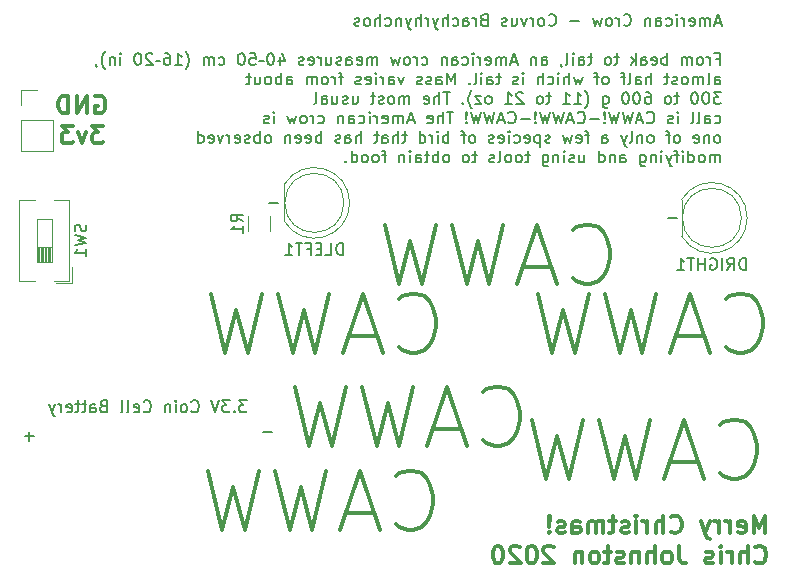
<source format=gbr>
%TF.GenerationSoftware,KiCad,Pcbnew,5.1.6-c6e7f7d~87~ubuntu19.10.1*%
%TF.CreationDate,2020-12-09T03:37:03-08:00*%
%TF.ProjectId,robocrob,726f626f-6372-46f6-922e-6b696361645f,rev?*%
%TF.SameCoordinates,Original*%
%TF.FileFunction,Legend,Bot*%
%TF.FilePolarity,Positive*%
%FSLAX46Y46*%
G04 Gerber Fmt 4.6, Leading zero omitted, Abs format (unit mm)*
G04 Created by KiCad (PCBNEW 5.1.6-c6e7f7d~87~ubuntu19.10.1) date 2020-12-09 03:37:03*
%MOMM*%
%LPD*%
G01*
G04 APERTURE LIST*
%ADD10C,0.150000*%
%ADD11C,0.300000*%
%ADD12C,0.120000*%
G04 APERTURE END LIST*
D10*
X73278952Y-38139619D02*
X72517047Y-38139619D01*
X39496952Y-36869619D02*
X38735047Y-36869619D01*
D11*
X49489523Y-64015714D02*
X49727619Y-64253809D01*
X50441904Y-64491904D01*
X50918095Y-64491904D01*
X51632380Y-64253809D01*
X52108571Y-63777619D01*
X52346666Y-63301428D01*
X52584761Y-62349047D01*
X52584761Y-61634761D01*
X52346666Y-60682380D01*
X52108571Y-60206190D01*
X51632380Y-59730000D01*
X50918095Y-59491904D01*
X50441904Y-59491904D01*
X49727619Y-59730000D01*
X49489523Y-59968095D01*
X47584761Y-63063333D02*
X45203809Y-63063333D01*
X48060952Y-64491904D02*
X46394285Y-59491904D01*
X44727619Y-64491904D01*
X43537142Y-59491904D02*
X42346666Y-64491904D01*
X41394285Y-60920476D01*
X40441904Y-64491904D01*
X39251428Y-59491904D01*
X37822857Y-59491904D02*
X36632380Y-64491904D01*
X35680000Y-60920476D01*
X34727619Y-64491904D01*
X33537142Y-59491904D01*
X56855523Y-56903714D02*
X57093619Y-57141809D01*
X57807904Y-57379904D01*
X58284095Y-57379904D01*
X58998380Y-57141809D01*
X59474571Y-56665619D01*
X59712666Y-56189428D01*
X59950761Y-55237047D01*
X59950761Y-54522761D01*
X59712666Y-53570380D01*
X59474571Y-53094190D01*
X58998380Y-52618000D01*
X58284095Y-52379904D01*
X57807904Y-52379904D01*
X57093619Y-52618000D01*
X56855523Y-52856095D01*
X54950761Y-55951333D02*
X52569809Y-55951333D01*
X55426952Y-57379904D02*
X53760285Y-52379904D01*
X52093619Y-57379904D01*
X50903142Y-52379904D02*
X49712666Y-57379904D01*
X48760285Y-53808476D01*
X47807904Y-57379904D01*
X46617428Y-52379904D01*
X45188857Y-52379904D02*
X43998380Y-57379904D01*
X43046000Y-53808476D01*
X42093619Y-57379904D01*
X40903142Y-52379904D01*
X49743523Y-49029714D02*
X49981619Y-49267809D01*
X50695904Y-49505904D01*
X51172095Y-49505904D01*
X51886380Y-49267809D01*
X52362571Y-48791619D01*
X52600666Y-48315428D01*
X52838761Y-47363047D01*
X52838761Y-46648761D01*
X52600666Y-45696380D01*
X52362571Y-45220190D01*
X51886380Y-44744000D01*
X51172095Y-44505904D01*
X50695904Y-44505904D01*
X49981619Y-44744000D01*
X49743523Y-44982095D01*
X47838761Y-48077333D02*
X45457809Y-48077333D01*
X48314952Y-49505904D02*
X46648285Y-44505904D01*
X44981619Y-49505904D01*
X43791142Y-44505904D02*
X42600666Y-49505904D01*
X41648285Y-45934476D01*
X40695904Y-49505904D01*
X39505428Y-44505904D01*
X38076857Y-44505904D02*
X36886380Y-49505904D01*
X35934000Y-45934476D01*
X34981619Y-49505904D01*
X33791142Y-44505904D01*
X64475523Y-43187714D02*
X64713619Y-43425809D01*
X65427904Y-43663904D01*
X65904095Y-43663904D01*
X66618380Y-43425809D01*
X67094571Y-42949619D01*
X67332666Y-42473428D01*
X67570761Y-41521047D01*
X67570761Y-40806761D01*
X67332666Y-39854380D01*
X67094571Y-39378190D01*
X66618380Y-38902000D01*
X65904095Y-38663904D01*
X65427904Y-38663904D01*
X64713619Y-38902000D01*
X64475523Y-39140095D01*
X62570761Y-42235333D02*
X60189809Y-42235333D01*
X63046952Y-43663904D02*
X61380285Y-38663904D01*
X59713619Y-43663904D01*
X58523142Y-38663904D02*
X57332666Y-43663904D01*
X56380285Y-40092476D01*
X55427904Y-43663904D01*
X54237428Y-38663904D01*
X52808857Y-38663904D02*
X51618380Y-43663904D01*
X50666000Y-40092476D01*
X49713619Y-43663904D01*
X48523142Y-38663904D01*
X77429523Y-49029714D02*
X77667619Y-49267809D01*
X78381904Y-49505904D01*
X78858095Y-49505904D01*
X79572380Y-49267809D01*
X80048571Y-48791619D01*
X80286666Y-48315428D01*
X80524761Y-47363047D01*
X80524761Y-46648761D01*
X80286666Y-45696380D01*
X80048571Y-45220190D01*
X79572380Y-44744000D01*
X78858095Y-44505904D01*
X78381904Y-44505904D01*
X77667619Y-44744000D01*
X77429523Y-44982095D01*
X75524761Y-48077333D02*
X73143809Y-48077333D01*
X76000952Y-49505904D02*
X74334285Y-44505904D01*
X72667619Y-49505904D01*
X71477142Y-44505904D02*
X70286666Y-49505904D01*
X69334285Y-45934476D01*
X68381904Y-49505904D01*
X67191428Y-44505904D01*
X65762857Y-44505904D02*
X64572380Y-49505904D01*
X63620000Y-45934476D01*
X62667619Y-49505904D01*
X61477142Y-44505904D01*
D10*
X76928023Y-21569666D02*
X76451833Y-21569666D01*
X77023261Y-21855380D02*
X76689928Y-20855380D01*
X76356595Y-21855380D01*
X76023261Y-21855380D02*
X76023261Y-21188714D01*
X76023261Y-21283952D02*
X75975642Y-21236333D01*
X75880404Y-21188714D01*
X75737547Y-21188714D01*
X75642309Y-21236333D01*
X75594690Y-21331571D01*
X75594690Y-21855380D01*
X75594690Y-21331571D02*
X75547071Y-21236333D01*
X75451833Y-21188714D01*
X75308976Y-21188714D01*
X75213738Y-21236333D01*
X75166119Y-21331571D01*
X75166119Y-21855380D01*
X74308976Y-21807761D02*
X74404214Y-21855380D01*
X74594690Y-21855380D01*
X74689928Y-21807761D01*
X74737547Y-21712523D01*
X74737547Y-21331571D01*
X74689928Y-21236333D01*
X74594690Y-21188714D01*
X74404214Y-21188714D01*
X74308976Y-21236333D01*
X74261357Y-21331571D01*
X74261357Y-21426809D01*
X74737547Y-21522047D01*
X73832785Y-21855380D02*
X73832785Y-21188714D01*
X73832785Y-21379190D02*
X73785166Y-21283952D01*
X73737547Y-21236333D01*
X73642309Y-21188714D01*
X73547071Y-21188714D01*
X73213738Y-21855380D02*
X73213738Y-21188714D01*
X73213738Y-20855380D02*
X73261357Y-20903000D01*
X73213738Y-20950619D01*
X73166119Y-20903000D01*
X73213738Y-20855380D01*
X73213738Y-20950619D01*
X72308976Y-21807761D02*
X72404214Y-21855380D01*
X72594690Y-21855380D01*
X72689928Y-21807761D01*
X72737547Y-21760142D01*
X72785166Y-21664904D01*
X72785166Y-21379190D01*
X72737547Y-21283952D01*
X72689928Y-21236333D01*
X72594690Y-21188714D01*
X72404214Y-21188714D01*
X72308976Y-21236333D01*
X71451833Y-21855380D02*
X71451833Y-21331571D01*
X71499452Y-21236333D01*
X71594690Y-21188714D01*
X71785166Y-21188714D01*
X71880404Y-21236333D01*
X71451833Y-21807761D02*
X71547071Y-21855380D01*
X71785166Y-21855380D01*
X71880404Y-21807761D01*
X71928023Y-21712523D01*
X71928023Y-21617285D01*
X71880404Y-21522047D01*
X71785166Y-21474428D01*
X71547071Y-21474428D01*
X71451833Y-21426809D01*
X70975642Y-21188714D02*
X70975642Y-21855380D01*
X70975642Y-21283952D02*
X70928023Y-21236333D01*
X70832785Y-21188714D01*
X70689928Y-21188714D01*
X70594690Y-21236333D01*
X70547071Y-21331571D01*
X70547071Y-21855380D01*
X68737547Y-21760142D02*
X68785166Y-21807761D01*
X68928023Y-21855380D01*
X69023261Y-21855380D01*
X69166119Y-21807761D01*
X69261357Y-21712523D01*
X69308976Y-21617285D01*
X69356595Y-21426809D01*
X69356595Y-21283952D01*
X69308976Y-21093476D01*
X69261357Y-20998238D01*
X69166119Y-20903000D01*
X69023261Y-20855380D01*
X68928023Y-20855380D01*
X68785166Y-20903000D01*
X68737547Y-20950619D01*
X68308976Y-21855380D02*
X68308976Y-21188714D01*
X68308976Y-21379190D02*
X68261357Y-21283952D01*
X68213738Y-21236333D01*
X68118500Y-21188714D01*
X68023261Y-21188714D01*
X67547071Y-21855380D02*
X67642309Y-21807761D01*
X67689928Y-21760142D01*
X67737547Y-21664904D01*
X67737547Y-21379190D01*
X67689928Y-21283952D01*
X67642309Y-21236333D01*
X67547071Y-21188714D01*
X67404214Y-21188714D01*
X67308976Y-21236333D01*
X67261357Y-21283952D01*
X67213738Y-21379190D01*
X67213738Y-21664904D01*
X67261357Y-21760142D01*
X67308976Y-21807761D01*
X67404214Y-21855380D01*
X67547071Y-21855380D01*
X66880404Y-21188714D02*
X66689928Y-21855380D01*
X66499452Y-21379190D01*
X66308976Y-21855380D01*
X66118500Y-21188714D01*
X64975642Y-21474428D02*
X64213738Y-21474428D01*
X62404214Y-21760142D02*
X62451833Y-21807761D01*
X62594690Y-21855380D01*
X62689928Y-21855380D01*
X62832785Y-21807761D01*
X62928023Y-21712523D01*
X62975642Y-21617285D01*
X63023261Y-21426809D01*
X63023261Y-21283952D01*
X62975642Y-21093476D01*
X62928023Y-20998238D01*
X62832785Y-20903000D01*
X62689928Y-20855380D01*
X62594690Y-20855380D01*
X62451833Y-20903000D01*
X62404214Y-20950619D01*
X61832785Y-21855380D02*
X61928023Y-21807761D01*
X61975642Y-21760142D01*
X62023261Y-21664904D01*
X62023261Y-21379190D01*
X61975642Y-21283952D01*
X61928023Y-21236333D01*
X61832785Y-21188714D01*
X61689928Y-21188714D01*
X61594690Y-21236333D01*
X61547071Y-21283952D01*
X61499452Y-21379190D01*
X61499452Y-21664904D01*
X61547071Y-21760142D01*
X61594690Y-21807761D01*
X61689928Y-21855380D01*
X61832785Y-21855380D01*
X61070880Y-21855380D02*
X61070880Y-21188714D01*
X61070880Y-21379190D02*
X61023261Y-21283952D01*
X60975642Y-21236333D01*
X60880404Y-21188714D01*
X60785166Y-21188714D01*
X60547071Y-21188714D02*
X60308976Y-21855380D01*
X60070880Y-21188714D01*
X59261357Y-21188714D02*
X59261357Y-21855380D01*
X59689928Y-21188714D02*
X59689928Y-21712523D01*
X59642309Y-21807761D01*
X59547071Y-21855380D01*
X59404214Y-21855380D01*
X59308976Y-21807761D01*
X59261357Y-21760142D01*
X58832785Y-21807761D02*
X58737547Y-21855380D01*
X58547071Y-21855380D01*
X58451833Y-21807761D01*
X58404214Y-21712523D01*
X58404214Y-21664904D01*
X58451833Y-21569666D01*
X58547071Y-21522047D01*
X58689928Y-21522047D01*
X58785166Y-21474428D01*
X58832785Y-21379190D01*
X58832785Y-21331571D01*
X58785166Y-21236333D01*
X58689928Y-21188714D01*
X58547071Y-21188714D01*
X58451833Y-21236333D01*
X56880404Y-21331571D02*
X56737547Y-21379190D01*
X56689928Y-21426809D01*
X56642309Y-21522047D01*
X56642309Y-21664904D01*
X56689928Y-21760142D01*
X56737547Y-21807761D01*
X56832785Y-21855380D01*
X57213738Y-21855380D01*
X57213738Y-20855380D01*
X56880404Y-20855380D01*
X56785166Y-20903000D01*
X56737547Y-20950619D01*
X56689928Y-21045857D01*
X56689928Y-21141095D01*
X56737547Y-21236333D01*
X56785166Y-21283952D01*
X56880404Y-21331571D01*
X57213738Y-21331571D01*
X56213738Y-21855380D02*
X56213738Y-21188714D01*
X56213738Y-21379190D02*
X56166119Y-21283952D01*
X56118500Y-21236333D01*
X56023261Y-21188714D01*
X55928023Y-21188714D01*
X55166119Y-21855380D02*
X55166119Y-21331571D01*
X55213738Y-21236333D01*
X55308976Y-21188714D01*
X55499452Y-21188714D01*
X55594690Y-21236333D01*
X55166119Y-21807761D02*
X55261357Y-21855380D01*
X55499452Y-21855380D01*
X55594690Y-21807761D01*
X55642309Y-21712523D01*
X55642309Y-21617285D01*
X55594690Y-21522047D01*
X55499452Y-21474428D01*
X55261357Y-21474428D01*
X55166119Y-21426809D01*
X54261357Y-21807761D02*
X54356595Y-21855380D01*
X54547071Y-21855380D01*
X54642309Y-21807761D01*
X54689928Y-21760142D01*
X54737547Y-21664904D01*
X54737547Y-21379190D01*
X54689928Y-21283952D01*
X54642309Y-21236333D01*
X54547071Y-21188714D01*
X54356595Y-21188714D01*
X54261357Y-21236333D01*
X53832785Y-21855380D02*
X53832785Y-20855380D01*
X53404214Y-21855380D02*
X53404214Y-21331571D01*
X53451833Y-21236333D01*
X53547071Y-21188714D01*
X53689928Y-21188714D01*
X53785166Y-21236333D01*
X53832785Y-21283952D01*
X53023261Y-21188714D02*
X52785166Y-21855380D01*
X52547071Y-21188714D02*
X52785166Y-21855380D01*
X52880404Y-22093476D01*
X52928023Y-22141095D01*
X53023261Y-22188714D01*
X52166119Y-21855380D02*
X52166119Y-21188714D01*
X52166119Y-21379190D02*
X52118500Y-21283952D01*
X52070880Y-21236333D01*
X51975642Y-21188714D01*
X51880404Y-21188714D01*
X51547071Y-21855380D02*
X51547071Y-20855380D01*
X51118500Y-21855380D02*
X51118500Y-21331571D01*
X51166119Y-21236333D01*
X51261357Y-21188714D01*
X51404214Y-21188714D01*
X51499452Y-21236333D01*
X51547071Y-21283952D01*
X50737547Y-21188714D02*
X50499452Y-21855380D01*
X50261357Y-21188714D02*
X50499452Y-21855380D01*
X50594690Y-22093476D01*
X50642309Y-22141095D01*
X50737547Y-22188714D01*
X49880404Y-21188714D02*
X49880404Y-21855380D01*
X49880404Y-21283952D02*
X49832785Y-21236333D01*
X49737547Y-21188714D01*
X49594690Y-21188714D01*
X49499452Y-21236333D01*
X49451833Y-21331571D01*
X49451833Y-21855380D01*
X48547071Y-21807761D02*
X48642309Y-21855380D01*
X48832785Y-21855380D01*
X48928023Y-21807761D01*
X48975642Y-21760142D01*
X49023261Y-21664904D01*
X49023261Y-21379190D01*
X48975642Y-21283952D01*
X48928023Y-21236333D01*
X48832785Y-21188714D01*
X48642309Y-21188714D01*
X48547071Y-21236333D01*
X48118500Y-21855380D02*
X48118500Y-20855380D01*
X47689928Y-21855380D02*
X47689928Y-21331571D01*
X47737547Y-21236333D01*
X47832785Y-21188714D01*
X47975642Y-21188714D01*
X48070880Y-21236333D01*
X48118500Y-21283952D01*
X47070880Y-21855380D02*
X47166119Y-21807761D01*
X47213738Y-21760142D01*
X47261357Y-21664904D01*
X47261357Y-21379190D01*
X47213738Y-21283952D01*
X47166119Y-21236333D01*
X47070880Y-21188714D01*
X46928023Y-21188714D01*
X46832785Y-21236333D01*
X46785166Y-21283952D01*
X46737547Y-21379190D01*
X46737547Y-21664904D01*
X46785166Y-21760142D01*
X46832785Y-21807761D01*
X46928023Y-21855380D01*
X47070880Y-21855380D01*
X46356595Y-21807761D02*
X46261357Y-21855380D01*
X46070880Y-21855380D01*
X45975642Y-21807761D01*
X45928023Y-21712523D01*
X45928023Y-21664904D01*
X45975642Y-21569666D01*
X46070880Y-21522047D01*
X46213738Y-21522047D01*
X46308976Y-21474428D01*
X46356595Y-21379190D01*
X46356595Y-21331571D01*
X46308976Y-21236333D01*
X46213738Y-21188714D01*
X46070880Y-21188714D01*
X45975642Y-21236333D01*
X76547071Y-24631571D02*
X76880404Y-24631571D01*
X76880404Y-25155380D02*
X76880404Y-24155380D01*
X76404214Y-24155380D01*
X76023261Y-25155380D02*
X76023261Y-24488714D01*
X76023261Y-24679190D02*
X75975642Y-24583952D01*
X75928023Y-24536333D01*
X75832785Y-24488714D01*
X75737547Y-24488714D01*
X75261357Y-25155380D02*
X75356595Y-25107761D01*
X75404214Y-25060142D01*
X75451833Y-24964904D01*
X75451833Y-24679190D01*
X75404214Y-24583952D01*
X75356595Y-24536333D01*
X75261357Y-24488714D01*
X75118500Y-24488714D01*
X75023261Y-24536333D01*
X74975642Y-24583952D01*
X74928023Y-24679190D01*
X74928023Y-24964904D01*
X74975642Y-25060142D01*
X75023261Y-25107761D01*
X75118500Y-25155380D01*
X75261357Y-25155380D01*
X74499452Y-25155380D02*
X74499452Y-24488714D01*
X74499452Y-24583952D02*
X74451833Y-24536333D01*
X74356595Y-24488714D01*
X74213738Y-24488714D01*
X74118500Y-24536333D01*
X74070880Y-24631571D01*
X74070880Y-25155380D01*
X74070880Y-24631571D02*
X74023261Y-24536333D01*
X73928023Y-24488714D01*
X73785166Y-24488714D01*
X73689928Y-24536333D01*
X73642309Y-24631571D01*
X73642309Y-25155380D01*
X72404214Y-25155380D02*
X72404214Y-24155380D01*
X72404214Y-24536333D02*
X72308976Y-24488714D01*
X72118500Y-24488714D01*
X72023261Y-24536333D01*
X71975642Y-24583952D01*
X71928023Y-24679190D01*
X71928023Y-24964904D01*
X71975642Y-25060142D01*
X72023261Y-25107761D01*
X72118500Y-25155380D01*
X72308976Y-25155380D01*
X72404214Y-25107761D01*
X71118500Y-25107761D02*
X71213738Y-25155380D01*
X71404214Y-25155380D01*
X71499452Y-25107761D01*
X71547071Y-25012523D01*
X71547071Y-24631571D01*
X71499452Y-24536333D01*
X71404214Y-24488714D01*
X71213738Y-24488714D01*
X71118500Y-24536333D01*
X71070880Y-24631571D01*
X71070880Y-24726809D01*
X71547071Y-24822047D01*
X70213738Y-25155380D02*
X70213738Y-24631571D01*
X70261357Y-24536333D01*
X70356595Y-24488714D01*
X70547071Y-24488714D01*
X70642309Y-24536333D01*
X70213738Y-25107761D02*
X70308976Y-25155380D01*
X70547071Y-25155380D01*
X70642309Y-25107761D01*
X70689928Y-25012523D01*
X70689928Y-24917285D01*
X70642309Y-24822047D01*
X70547071Y-24774428D01*
X70308976Y-24774428D01*
X70213738Y-24726809D01*
X69737547Y-25155380D02*
X69737547Y-24155380D01*
X69642309Y-24774428D02*
X69356595Y-25155380D01*
X69356595Y-24488714D02*
X69737547Y-24869666D01*
X68308976Y-24488714D02*
X67928023Y-24488714D01*
X68166119Y-24155380D02*
X68166119Y-25012523D01*
X68118500Y-25107761D01*
X68023261Y-25155380D01*
X67928023Y-25155380D01*
X67451833Y-25155380D02*
X67547071Y-25107761D01*
X67594690Y-25060142D01*
X67642309Y-24964904D01*
X67642309Y-24679190D01*
X67594690Y-24583952D01*
X67547071Y-24536333D01*
X67451833Y-24488714D01*
X67308976Y-24488714D01*
X67213738Y-24536333D01*
X67166119Y-24583952D01*
X67118500Y-24679190D01*
X67118500Y-24964904D01*
X67166119Y-25060142D01*
X67213738Y-25107761D01*
X67308976Y-25155380D01*
X67451833Y-25155380D01*
X66070880Y-24488714D02*
X65689928Y-24488714D01*
X65928023Y-24155380D02*
X65928023Y-25012523D01*
X65880404Y-25107761D01*
X65785166Y-25155380D01*
X65689928Y-25155380D01*
X64928023Y-25155380D02*
X64928023Y-24631571D01*
X64975642Y-24536333D01*
X65070880Y-24488714D01*
X65261357Y-24488714D01*
X65356595Y-24536333D01*
X64928023Y-25107761D02*
X65023261Y-25155380D01*
X65261357Y-25155380D01*
X65356595Y-25107761D01*
X65404214Y-25012523D01*
X65404214Y-24917285D01*
X65356595Y-24822047D01*
X65261357Y-24774428D01*
X65023261Y-24774428D01*
X64928023Y-24726809D01*
X64451833Y-25155380D02*
X64451833Y-24488714D01*
X64451833Y-24155380D02*
X64499452Y-24203000D01*
X64451833Y-24250619D01*
X64404214Y-24203000D01*
X64451833Y-24155380D01*
X64451833Y-24250619D01*
X63832785Y-25155380D02*
X63928023Y-25107761D01*
X63975642Y-25012523D01*
X63975642Y-24155380D01*
X63404214Y-25107761D02*
X63404214Y-25155380D01*
X63451833Y-25250619D01*
X63499452Y-25298238D01*
X61785166Y-25155380D02*
X61785166Y-24631571D01*
X61832785Y-24536333D01*
X61928023Y-24488714D01*
X62118500Y-24488714D01*
X62213738Y-24536333D01*
X61785166Y-25107761D02*
X61880404Y-25155380D01*
X62118500Y-25155380D01*
X62213738Y-25107761D01*
X62261357Y-25012523D01*
X62261357Y-24917285D01*
X62213738Y-24822047D01*
X62118500Y-24774428D01*
X61880404Y-24774428D01*
X61785166Y-24726809D01*
X61308976Y-24488714D02*
X61308976Y-25155380D01*
X61308976Y-24583952D02*
X61261357Y-24536333D01*
X61166119Y-24488714D01*
X61023261Y-24488714D01*
X60928023Y-24536333D01*
X60880404Y-24631571D01*
X60880404Y-25155380D01*
X59689928Y-24869666D02*
X59213738Y-24869666D01*
X59785166Y-25155380D02*
X59451833Y-24155380D01*
X59118500Y-25155380D01*
X58785166Y-25155380D02*
X58785166Y-24488714D01*
X58785166Y-24583952D02*
X58737547Y-24536333D01*
X58642309Y-24488714D01*
X58499452Y-24488714D01*
X58404214Y-24536333D01*
X58356595Y-24631571D01*
X58356595Y-25155380D01*
X58356595Y-24631571D02*
X58308976Y-24536333D01*
X58213738Y-24488714D01*
X58070880Y-24488714D01*
X57975642Y-24536333D01*
X57928023Y-24631571D01*
X57928023Y-25155380D01*
X57070880Y-25107761D02*
X57166119Y-25155380D01*
X57356595Y-25155380D01*
X57451833Y-25107761D01*
X57499452Y-25012523D01*
X57499452Y-24631571D01*
X57451833Y-24536333D01*
X57356595Y-24488714D01*
X57166119Y-24488714D01*
X57070880Y-24536333D01*
X57023261Y-24631571D01*
X57023261Y-24726809D01*
X57499452Y-24822047D01*
X56594690Y-25155380D02*
X56594690Y-24488714D01*
X56594690Y-24679190D02*
X56547071Y-24583952D01*
X56499452Y-24536333D01*
X56404214Y-24488714D01*
X56308976Y-24488714D01*
X55975642Y-25155380D02*
X55975642Y-24488714D01*
X55975642Y-24155380D02*
X56023261Y-24203000D01*
X55975642Y-24250619D01*
X55928023Y-24203000D01*
X55975642Y-24155380D01*
X55975642Y-24250619D01*
X55070880Y-25107761D02*
X55166119Y-25155380D01*
X55356595Y-25155380D01*
X55451833Y-25107761D01*
X55499452Y-25060142D01*
X55547071Y-24964904D01*
X55547071Y-24679190D01*
X55499452Y-24583952D01*
X55451833Y-24536333D01*
X55356595Y-24488714D01*
X55166119Y-24488714D01*
X55070880Y-24536333D01*
X54213738Y-25155380D02*
X54213738Y-24631571D01*
X54261357Y-24536333D01*
X54356595Y-24488714D01*
X54547071Y-24488714D01*
X54642309Y-24536333D01*
X54213738Y-25107761D02*
X54308976Y-25155380D01*
X54547071Y-25155380D01*
X54642309Y-25107761D01*
X54689928Y-25012523D01*
X54689928Y-24917285D01*
X54642309Y-24822047D01*
X54547071Y-24774428D01*
X54308976Y-24774428D01*
X54213738Y-24726809D01*
X53737547Y-24488714D02*
X53737547Y-25155380D01*
X53737547Y-24583952D02*
X53689928Y-24536333D01*
X53594690Y-24488714D01*
X53451833Y-24488714D01*
X53356595Y-24536333D01*
X53308976Y-24631571D01*
X53308976Y-25155380D01*
X51642309Y-25107761D02*
X51737547Y-25155380D01*
X51928023Y-25155380D01*
X52023261Y-25107761D01*
X52070880Y-25060142D01*
X52118500Y-24964904D01*
X52118500Y-24679190D01*
X52070880Y-24583952D01*
X52023261Y-24536333D01*
X51928023Y-24488714D01*
X51737547Y-24488714D01*
X51642309Y-24536333D01*
X51213738Y-25155380D02*
X51213738Y-24488714D01*
X51213738Y-24679190D02*
X51166119Y-24583952D01*
X51118500Y-24536333D01*
X51023261Y-24488714D01*
X50928023Y-24488714D01*
X50451833Y-25155380D02*
X50547071Y-25107761D01*
X50594690Y-25060142D01*
X50642309Y-24964904D01*
X50642309Y-24679190D01*
X50594690Y-24583952D01*
X50547071Y-24536333D01*
X50451833Y-24488714D01*
X50308976Y-24488714D01*
X50213738Y-24536333D01*
X50166119Y-24583952D01*
X50118500Y-24679190D01*
X50118500Y-24964904D01*
X50166119Y-25060142D01*
X50213738Y-25107761D01*
X50308976Y-25155380D01*
X50451833Y-25155380D01*
X49785166Y-24488714D02*
X49594690Y-25155380D01*
X49404214Y-24679190D01*
X49213738Y-25155380D01*
X49023261Y-24488714D01*
X47880404Y-25155380D02*
X47880404Y-24488714D01*
X47880404Y-24583952D02*
X47832785Y-24536333D01*
X47737547Y-24488714D01*
X47594690Y-24488714D01*
X47499452Y-24536333D01*
X47451833Y-24631571D01*
X47451833Y-25155380D01*
X47451833Y-24631571D02*
X47404214Y-24536333D01*
X47308976Y-24488714D01*
X47166119Y-24488714D01*
X47070880Y-24536333D01*
X47023261Y-24631571D01*
X47023261Y-25155380D01*
X46166119Y-25107761D02*
X46261357Y-25155380D01*
X46451833Y-25155380D01*
X46547071Y-25107761D01*
X46594690Y-25012523D01*
X46594690Y-24631571D01*
X46547071Y-24536333D01*
X46451833Y-24488714D01*
X46261357Y-24488714D01*
X46166119Y-24536333D01*
X46118500Y-24631571D01*
X46118500Y-24726809D01*
X46594690Y-24822047D01*
X45261357Y-25155380D02*
X45261357Y-24631571D01*
X45308976Y-24536333D01*
X45404214Y-24488714D01*
X45594690Y-24488714D01*
X45689928Y-24536333D01*
X45261357Y-25107761D02*
X45356595Y-25155380D01*
X45594690Y-25155380D01*
X45689928Y-25107761D01*
X45737547Y-25012523D01*
X45737547Y-24917285D01*
X45689928Y-24822047D01*
X45594690Y-24774428D01*
X45356595Y-24774428D01*
X45261357Y-24726809D01*
X44832785Y-25107761D02*
X44737547Y-25155380D01*
X44547071Y-25155380D01*
X44451833Y-25107761D01*
X44404214Y-25012523D01*
X44404214Y-24964904D01*
X44451833Y-24869666D01*
X44547071Y-24822047D01*
X44689928Y-24822047D01*
X44785166Y-24774428D01*
X44832785Y-24679190D01*
X44832785Y-24631571D01*
X44785166Y-24536333D01*
X44689928Y-24488714D01*
X44547071Y-24488714D01*
X44451833Y-24536333D01*
X43547071Y-24488714D02*
X43547071Y-25155380D01*
X43975642Y-24488714D02*
X43975642Y-25012523D01*
X43928023Y-25107761D01*
X43832785Y-25155380D01*
X43689928Y-25155380D01*
X43594690Y-25107761D01*
X43547071Y-25060142D01*
X43070880Y-25155380D02*
X43070880Y-24488714D01*
X43070880Y-24679190D02*
X43023261Y-24583952D01*
X42975642Y-24536333D01*
X42880404Y-24488714D01*
X42785166Y-24488714D01*
X42070880Y-25107761D02*
X42166119Y-25155380D01*
X42356595Y-25155380D01*
X42451833Y-25107761D01*
X42499452Y-25012523D01*
X42499452Y-24631571D01*
X42451833Y-24536333D01*
X42356595Y-24488714D01*
X42166119Y-24488714D01*
X42070880Y-24536333D01*
X42023261Y-24631571D01*
X42023261Y-24726809D01*
X42499452Y-24822047D01*
X41642309Y-25107761D02*
X41547071Y-25155380D01*
X41356595Y-25155380D01*
X41261357Y-25107761D01*
X41213738Y-25012523D01*
X41213738Y-24964904D01*
X41261357Y-24869666D01*
X41356595Y-24822047D01*
X41499452Y-24822047D01*
X41594690Y-24774428D01*
X41642309Y-24679190D01*
X41642309Y-24631571D01*
X41594690Y-24536333D01*
X41499452Y-24488714D01*
X41356595Y-24488714D01*
X41261357Y-24536333D01*
X39594690Y-24488714D02*
X39594690Y-25155380D01*
X39832785Y-24107761D02*
X40070880Y-24822047D01*
X39451833Y-24822047D01*
X38880404Y-24155380D02*
X38785166Y-24155380D01*
X38689928Y-24203000D01*
X38642309Y-24250619D01*
X38594690Y-24345857D01*
X38547071Y-24536333D01*
X38547071Y-24774428D01*
X38594690Y-24964904D01*
X38642309Y-25060142D01*
X38689928Y-25107761D01*
X38785166Y-25155380D01*
X38880404Y-25155380D01*
X38975642Y-25107761D01*
X39023261Y-25060142D01*
X39070880Y-24964904D01*
X39118500Y-24774428D01*
X39118500Y-24536333D01*
X39070880Y-24345857D01*
X39023261Y-24250619D01*
X38975642Y-24203000D01*
X38880404Y-24155380D01*
X37880404Y-24822047D02*
X38261357Y-24822047D01*
X37070880Y-24155380D02*
X37547071Y-24155380D01*
X37594690Y-24631571D01*
X37547071Y-24583952D01*
X37451833Y-24536333D01*
X37213738Y-24536333D01*
X37118500Y-24583952D01*
X37070880Y-24631571D01*
X37023261Y-24726809D01*
X37023261Y-24964904D01*
X37070880Y-25060142D01*
X37118500Y-25107761D01*
X37213738Y-25155380D01*
X37451833Y-25155380D01*
X37547071Y-25107761D01*
X37594690Y-25060142D01*
X36404214Y-24155380D02*
X36308976Y-24155380D01*
X36213738Y-24203000D01*
X36166119Y-24250619D01*
X36118500Y-24345857D01*
X36070880Y-24536333D01*
X36070880Y-24774428D01*
X36118500Y-24964904D01*
X36166119Y-25060142D01*
X36213738Y-25107761D01*
X36308976Y-25155380D01*
X36404214Y-25155380D01*
X36499452Y-25107761D01*
X36547071Y-25060142D01*
X36594690Y-24964904D01*
X36642309Y-24774428D01*
X36642309Y-24536333D01*
X36594690Y-24345857D01*
X36547071Y-24250619D01*
X36499452Y-24203000D01*
X36404214Y-24155380D01*
X34451833Y-25107761D02*
X34547071Y-25155380D01*
X34737547Y-25155380D01*
X34832785Y-25107761D01*
X34880404Y-25060142D01*
X34928023Y-24964904D01*
X34928023Y-24679190D01*
X34880404Y-24583952D01*
X34832785Y-24536333D01*
X34737547Y-24488714D01*
X34547071Y-24488714D01*
X34451833Y-24536333D01*
X34023261Y-25155380D02*
X34023261Y-24488714D01*
X34023261Y-24583952D02*
X33975642Y-24536333D01*
X33880404Y-24488714D01*
X33737547Y-24488714D01*
X33642309Y-24536333D01*
X33594690Y-24631571D01*
X33594690Y-25155380D01*
X33594690Y-24631571D02*
X33547071Y-24536333D01*
X33451833Y-24488714D01*
X33308976Y-24488714D01*
X33213738Y-24536333D01*
X33166119Y-24631571D01*
X33166119Y-25155380D01*
X31642309Y-25536333D02*
X31689928Y-25488714D01*
X31785166Y-25345857D01*
X31832785Y-25250619D01*
X31880404Y-25107761D01*
X31928023Y-24869666D01*
X31928023Y-24679190D01*
X31880404Y-24441095D01*
X31832785Y-24298238D01*
X31785166Y-24203000D01*
X31689928Y-24060142D01*
X31642309Y-24012523D01*
X30737547Y-25155380D02*
X31308976Y-25155380D01*
X31023261Y-25155380D02*
X31023261Y-24155380D01*
X31118500Y-24298238D01*
X31213738Y-24393476D01*
X31308976Y-24441095D01*
X29880404Y-24155380D02*
X30070880Y-24155380D01*
X30166119Y-24203000D01*
X30213738Y-24250619D01*
X30308976Y-24393476D01*
X30356595Y-24583952D01*
X30356595Y-24964904D01*
X30308976Y-25060142D01*
X30261357Y-25107761D01*
X30166119Y-25155380D01*
X29975642Y-25155380D01*
X29880404Y-25107761D01*
X29832785Y-25060142D01*
X29785166Y-24964904D01*
X29785166Y-24726809D01*
X29832785Y-24631571D01*
X29880404Y-24583952D01*
X29975642Y-24536333D01*
X30166119Y-24536333D01*
X30261357Y-24583952D01*
X30308976Y-24631571D01*
X30356595Y-24726809D01*
X29118500Y-24822047D02*
X29499452Y-24822047D01*
X28832785Y-24250619D02*
X28785166Y-24203000D01*
X28689928Y-24155380D01*
X28451833Y-24155380D01*
X28356595Y-24203000D01*
X28308976Y-24250619D01*
X28261357Y-24345857D01*
X28261357Y-24441095D01*
X28308976Y-24583952D01*
X28880404Y-25155380D01*
X28261357Y-25155380D01*
X27642309Y-24155380D02*
X27547071Y-24155380D01*
X27451833Y-24203000D01*
X27404214Y-24250619D01*
X27356595Y-24345857D01*
X27308976Y-24536333D01*
X27308976Y-24774428D01*
X27356595Y-24964904D01*
X27404214Y-25060142D01*
X27451833Y-25107761D01*
X27547071Y-25155380D01*
X27642309Y-25155380D01*
X27737547Y-25107761D01*
X27785166Y-25060142D01*
X27832785Y-24964904D01*
X27880404Y-24774428D01*
X27880404Y-24536333D01*
X27832785Y-24345857D01*
X27785166Y-24250619D01*
X27737547Y-24203000D01*
X27642309Y-24155380D01*
X26118500Y-25155380D02*
X26118500Y-24488714D01*
X26118500Y-24155380D02*
X26166119Y-24203000D01*
X26118500Y-24250619D01*
X26070880Y-24203000D01*
X26118500Y-24155380D01*
X26118500Y-24250619D01*
X25642309Y-24488714D02*
X25642309Y-25155380D01*
X25642309Y-24583952D02*
X25594690Y-24536333D01*
X25499452Y-24488714D01*
X25356595Y-24488714D01*
X25261357Y-24536333D01*
X25213738Y-24631571D01*
X25213738Y-25155380D01*
X24832785Y-25536333D02*
X24785166Y-25488714D01*
X24689928Y-25345857D01*
X24642309Y-25250619D01*
X24594690Y-25107761D01*
X24547071Y-24869666D01*
X24547071Y-24679190D01*
X24594690Y-24441095D01*
X24642309Y-24298238D01*
X24689928Y-24203000D01*
X24785166Y-24060142D01*
X24832785Y-24012523D01*
X24023261Y-25107761D02*
X24023261Y-25155380D01*
X24070880Y-25250619D01*
X24118500Y-25298238D01*
X76451833Y-26805380D02*
X76451833Y-26281571D01*
X76499452Y-26186333D01*
X76594690Y-26138714D01*
X76785166Y-26138714D01*
X76880404Y-26186333D01*
X76451833Y-26757761D02*
X76547071Y-26805380D01*
X76785166Y-26805380D01*
X76880404Y-26757761D01*
X76928023Y-26662523D01*
X76928023Y-26567285D01*
X76880404Y-26472047D01*
X76785166Y-26424428D01*
X76547071Y-26424428D01*
X76451833Y-26376809D01*
X75832785Y-26805380D02*
X75928023Y-26757761D01*
X75975642Y-26662523D01*
X75975642Y-25805380D01*
X75451833Y-26805380D02*
X75451833Y-26138714D01*
X75451833Y-26233952D02*
X75404214Y-26186333D01*
X75308976Y-26138714D01*
X75166119Y-26138714D01*
X75070880Y-26186333D01*
X75023261Y-26281571D01*
X75023261Y-26805380D01*
X75023261Y-26281571D02*
X74975642Y-26186333D01*
X74880404Y-26138714D01*
X74737547Y-26138714D01*
X74642309Y-26186333D01*
X74594690Y-26281571D01*
X74594690Y-26805380D01*
X73975642Y-26805380D02*
X74070880Y-26757761D01*
X74118500Y-26710142D01*
X74166119Y-26614904D01*
X74166119Y-26329190D01*
X74118500Y-26233952D01*
X74070880Y-26186333D01*
X73975642Y-26138714D01*
X73832785Y-26138714D01*
X73737547Y-26186333D01*
X73689928Y-26233952D01*
X73642309Y-26329190D01*
X73642309Y-26614904D01*
X73689928Y-26710142D01*
X73737547Y-26757761D01*
X73832785Y-26805380D01*
X73975642Y-26805380D01*
X73261357Y-26757761D02*
X73166119Y-26805380D01*
X72975642Y-26805380D01*
X72880404Y-26757761D01*
X72832785Y-26662523D01*
X72832785Y-26614904D01*
X72880404Y-26519666D01*
X72975642Y-26472047D01*
X73118500Y-26472047D01*
X73213738Y-26424428D01*
X73261357Y-26329190D01*
X73261357Y-26281571D01*
X73213738Y-26186333D01*
X73118500Y-26138714D01*
X72975642Y-26138714D01*
X72880404Y-26186333D01*
X72547071Y-26138714D02*
X72166119Y-26138714D01*
X72404214Y-25805380D02*
X72404214Y-26662523D01*
X72356595Y-26757761D01*
X72261357Y-26805380D01*
X72166119Y-26805380D01*
X71070880Y-26805380D02*
X71070880Y-25805380D01*
X70642309Y-26805380D02*
X70642309Y-26281571D01*
X70689928Y-26186333D01*
X70785166Y-26138714D01*
X70928023Y-26138714D01*
X71023261Y-26186333D01*
X71070880Y-26233952D01*
X69737547Y-26805380D02*
X69737547Y-26281571D01*
X69785166Y-26186333D01*
X69880404Y-26138714D01*
X70070880Y-26138714D01*
X70166119Y-26186333D01*
X69737547Y-26757761D02*
X69832785Y-26805380D01*
X70070880Y-26805380D01*
X70166119Y-26757761D01*
X70213738Y-26662523D01*
X70213738Y-26567285D01*
X70166119Y-26472047D01*
X70070880Y-26424428D01*
X69832785Y-26424428D01*
X69737547Y-26376809D01*
X69118500Y-26805380D02*
X69213738Y-26757761D01*
X69261357Y-26662523D01*
X69261357Y-25805380D01*
X68880404Y-26138714D02*
X68499452Y-26138714D01*
X68737547Y-26805380D02*
X68737547Y-25948238D01*
X68689928Y-25853000D01*
X68594690Y-25805380D01*
X68499452Y-25805380D01*
X67261357Y-26805380D02*
X67356595Y-26757761D01*
X67404214Y-26710142D01*
X67451833Y-26614904D01*
X67451833Y-26329190D01*
X67404214Y-26233952D01*
X67356595Y-26186333D01*
X67261357Y-26138714D01*
X67118500Y-26138714D01*
X67023261Y-26186333D01*
X66975642Y-26233952D01*
X66928023Y-26329190D01*
X66928023Y-26614904D01*
X66975642Y-26710142D01*
X67023261Y-26757761D01*
X67118500Y-26805380D01*
X67261357Y-26805380D01*
X66642309Y-26138714D02*
X66261357Y-26138714D01*
X66499452Y-26805380D02*
X66499452Y-25948238D01*
X66451833Y-25853000D01*
X66356595Y-25805380D01*
X66261357Y-25805380D01*
X65261357Y-26138714D02*
X65070880Y-26805380D01*
X64880404Y-26329190D01*
X64689928Y-26805380D01*
X64499452Y-26138714D01*
X64118500Y-26805380D02*
X64118500Y-25805380D01*
X63689928Y-26805380D02*
X63689928Y-26281571D01*
X63737547Y-26186333D01*
X63832785Y-26138714D01*
X63975642Y-26138714D01*
X64070880Y-26186333D01*
X64118500Y-26233952D01*
X63213738Y-26805380D02*
X63213738Y-26138714D01*
X63213738Y-25805380D02*
X63261357Y-25853000D01*
X63213738Y-25900619D01*
X63166119Y-25853000D01*
X63213738Y-25805380D01*
X63213738Y-25900619D01*
X62308976Y-26757761D02*
X62404214Y-26805380D01*
X62594690Y-26805380D01*
X62689928Y-26757761D01*
X62737547Y-26710142D01*
X62785166Y-26614904D01*
X62785166Y-26329190D01*
X62737547Y-26233952D01*
X62689928Y-26186333D01*
X62594690Y-26138714D01*
X62404214Y-26138714D01*
X62308976Y-26186333D01*
X61880404Y-26805380D02*
X61880404Y-25805380D01*
X61451833Y-26805380D02*
X61451833Y-26281571D01*
X61499452Y-26186333D01*
X61594690Y-26138714D01*
X61737547Y-26138714D01*
X61832785Y-26186333D01*
X61880404Y-26233952D01*
X60213738Y-26805380D02*
X60213738Y-26138714D01*
X60213738Y-25805380D02*
X60261357Y-25853000D01*
X60213738Y-25900619D01*
X60166119Y-25853000D01*
X60213738Y-25805380D01*
X60213738Y-25900619D01*
X59785166Y-26757761D02*
X59689928Y-26805380D01*
X59499452Y-26805380D01*
X59404214Y-26757761D01*
X59356595Y-26662523D01*
X59356595Y-26614904D01*
X59404214Y-26519666D01*
X59499452Y-26472047D01*
X59642309Y-26472047D01*
X59737547Y-26424428D01*
X59785166Y-26329190D01*
X59785166Y-26281571D01*
X59737547Y-26186333D01*
X59642309Y-26138714D01*
X59499452Y-26138714D01*
X59404214Y-26186333D01*
X58308976Y-26138714D02*
X57928023Y-26138714D01*
X58166119Y-25805380D02*
X58166119Y-26662523D01*
X58118500Y-26757761D01*
X58023261Y-26805380D01*
X57928023Y-26805380D01*
X57166119Y-26805380D02*
X57166119Y-26281571D01*
X57213738Y-26186333D01*
X57308976Y-26138714D01*
X57499452Y-26138714D01*
X57594690Y-26186333D01*
X57166119Y-26757761D02*
X57261357Y-26805380D01*
X57499452Y-26805380D01*
X57594690Y-26757761D01*
X57642309Y-26662523D01*
X57642309Y-26567285D01*
X57594690Y-26472047D01*
X57499452Y-26424428D01*
X57261357Y-26424428D01*
X57166119Y-26376809D01*
X56689928Y-26805380D02*
X56689928Y-26138714D01*
X56689928Y-25805380D02*
X56737547Y-25853000D01*
X56689928Y-25900619D01*
X56642309Y-25853000D01*
X56689928Y-25805380D01*
X56689928Y-25900619D01*
X56070880Y-26805380D02*
X56166119Y-26757761D01*
X56213738Y-26662523D01*
X56213738Y-25805380D01*
X55689928Y-26710142D02*
X55642309Y-26757761D01*
X55689928Y-26805380D01*
X55737547Y-26757761D01*
X55689928Y-26710142D01*
X55689928Y-26805380D01*
X54451833Y-26805380D02*
X54451833Y-25805380D01*
X54118500Y-26519666D01*
X53785166Y-25805380D01*
X53785166Y-26805380D01*
X52880404Y-26805380D02*
X52880404Y-26281571D01*
X52928023Y-26186333D01*
X53023261Y-26138714D01*
X53213738Y-26138714D01*
X53308976Y-26186333D01*
X52880404Y-26757761D02*
X52975642Y-26805380D01*
X53213738Y-26805380D01*
X53308976Y-26757761D01*
X53356595Y-26662523D01*
X53356595Y-26567285D01*
X53308976Y-26472047D01*
X53213738Y-26424428D01*
X52975642Y-26424428D01*
X52880404Y-26376809D01*
X52451833Y-26757761D02*
X52356595Y-26805380D01*
X52166119Y-26805380D01*
X52070880Y-26757761D01*
X52023261Y-26662523D01*
X52023261Y-26614904D01*
X52070880Y-26519666D01*
X52166119Y-26472047D01*
X52308976Y-26472047D01*
X52404214Y-26424428D01*
X52451833Y-26329190D01*
X52451833Y-26281571D01*
X52404214Y-26186333D01*
X52308976Y-26138714D01*
X52166119Y-26138714D01*
X52070880Y-26186333D01*
X51642309Y-26757761D02*
X51547071Y-26805380D01*
X51356595Y-26805380D01*
X51261357Y-26757761D01*
X51213738Y-26662523D01*
X51213738Y-26614904D01*
X51261357Y-26519666D01*
X51356595Y-26472047D01*
X51499452Y-26472047D01*
X51594690Y-26424428D01*
X51642309Y-26329190D01*
X51642309Y-26281571D01*
X51594690Y-26186333D01*
X51499452Y-26138714D01*
X51356595Y-26138714D01*
X51261357Y-26186333D01*
X50118500Y-26138714D02*
X49880404Y-26805380D01*
X49642309Y-26138714D01*
X48832785Y-26805380D02*
X48832785Y-26281571D01*
X48880404Y-26186333D01*
X48975642Y-26138714D01*
X49166119Y-26138714D01*
X49261357Y-26186333D01*
X48832785Y-26757761D02*
X48928023Y-26805380D01*
X49166119Y-26805380D01*
X49261357Y-26757761D01*
X49308976Y-26662523D01*
X49308976Y-26567285D01*
X49261357Y-26472047D01*
X49166119Y-26424428D01*
X48928023Y-26424428D01*
X48832785Y-26376809D01*
X48356595Y-26805380D02*
X48356595Y-26138714D01*
X48356595Y-26329190D02*
X48308976Y-26233952D01*
X48261357Y-26186333D01*
X48166119Y-26138714D01*
X48070880Y-26138714D01*
X47737547Y-26805380D02*
X47737547Y-26138714D01*
X47737547Y-25805380D02*
X47785166Y-25853000D01*
X47737547Y-25900619D01*
X47689928Y-25853000D01*
X47737547Y-25805380D01*
X47737547Y-25900619D01*
X46880404Y-26757761D02*
X46975642Y-26805380D01*
X47166119Y-26805380D01*
X47261357Y-26757761D01*
X47308976Y-26662523D01*
X47308976Y-26281571D01*
X47261357Y-26186333D01*
X47166119Y-26138714D01*
X46975642Y-26138714D01*
X46880404Y-26186333D01*
X46832785Y-26281571D01*
X46832785Y-26376809D01*
X47308976Y-26472047D01*
X46451833Y-26757761D02*
X46356595Y-26805380D01*
X46166119Y-26805380D01*
X46070880Y-26757761D01*
X46023261Y-26662523D01*
X46023261Y-26614904D01*
X46070880Y-26519666D01*
X46166119Y-26472047D01*
X46308976Y-26472047D01*
X46404214Y-26424428D01*
X46451833Y-26329190D01*
X46451833Y-26281571D01*
X46404214Y-26186333D01*
X46308976Y-26138714D01*
X46166119Y-26138714D01*
X46070880Y-26186333D01*
X44975642Y-26138714D02*
X44594690Y-26138714D01*
X44832785Y-26805380D02*
X44832785Y-25948238D01*
X44785166Y-25853000D01*
X44689928Y-25805380D01*
X44594690Y-25805380D01*
X44261357Y-26805380D02*
X44261357Y-26138714D01*
X44261357Y-26329190D02*
X44213738Y-26233952D01*
X44166119Y-26186333D01*
X44070880Y-26138714D01*
X43975642Y-26138714D01*
X43499452Y-26805380D02*
X43594690Y-26757761D01*
X43642309Y-26710142D01*
X43689928Y-26614904D01*
X43689928Y-26329190D01*
X43642309Y-26233952D01*
X43594690Y-26186333D01*
X43499452Y-26138714D01*
X43356595Y-26138714D01*
X43261357Y-26186333D01*
X43213738Y-26233952D01*
X43166119Y-26329190D01*
X43166119Y-26614904D01*
X43213738Y-26710142D01*
X43261357Y-26757761D01*
X43356595Y-26805380D01*
X43499452Y-26805380D01*
X42737547Y-26805380D02*
X42737547Y-26138714D01*
X42737547Y-26233952D02*
X42689928Y-26186333D01*
X42594690Y-26138714D01*
X42451833Y-26138714D01*
X42356595Y-26186333D01*
X42308976Y-26281571D01*
X42308976Y-26805380D01*
X42308976Y-26281571D02*
X42261357Y-26186333D01*
X42166119Y-26138714D01*
X42023261Y-26138714D01*
X41928023Y-26186333D01*
X41880404Y-26281571D01*
X41880404Y-26805380D01*
X40213738Y-26805380D02*
X40213738Y-26281571D01*
X40261357Y-26186333D01*
X40356595Y-26138714D01*
X40547071Y-26138714D01*
X40642309Y-26186333D01*
X40213738Y-26757761D02*
X40308976Y-26805380D01*
X40547071Y-26805380D01*
X40642309Y-26757761D01*
X40689928Y-26662523D01*
X40689928Y-26567285D01*
X40642309Y-26472047D01*
X40547071Y-26424428D01*
X40308976Y-26424428D01*
X40213738Y-26376809D01*
X39737547Y-26805380D02*
X39737547Y-25805380D01*
X39737547Y-26186333D02*
X39642309Y-26138714D01*
X39451833Y-26138714D01*
X39356595Y-26186333D01*
X39308976Y-26233952D01*
X39261357Y-26329190D01*
X39261357Y-26614904D01*
X39308976Y-26710142D01*
X39356595Y-26757761D01*
X39451833Y-26805380D01*
X39642309Y-26805380D01*
X39737547Y-26757761D01*
X38689928Y-26805380D02*
X38785166Y-26757761D01*
X38832785Y-26710142D01*
X38880404Y-26614904D01*
X38880404Y-26329190D01*
X38832785Y-26233952D01*
X38785166Y-26186333D01*
X38689928Y-26138714D01*
X38547071Y-26138714D01*
X38451833Y-26186333D01*
X38404214Y-26233952D01*
X38356595Y-26329190D01*
X38356595Y-26614904D01*
X38404214Y-26710142D01*
X38451833Y-26757761D01*
X38547071Y-26805380D01*
X38689928Y-26805380D01*
X37499452Y-26138714D02*
X37499452Y-26805380D01*
X37928023Y-26138714D02*
X37928023Y-26662523D01*
X37880404Y-26757761D01*
X37785166Y-26805380D01*
X37642309Y-26805380D01*
X37547071Y-26757761D01*
X37499452Y-26710142D01*
X37166119Y-26138714D02*
X36785166Y-26138714D01*
X37023261Y-25805380D02*
X37023261Y-26662523D01*
X36975642Y-26757761D01*
X36880404Y-26805380D01*
X36785166Y-26805380D01*
X76975642Y-27455380D02*
X76356595Y-27455380D01*
X76689928Y-27836333D01*
X76547071Y-27836333D01*
X76451833Y-27883952D01*
X76404214Y-27931571D01*
X76356595Y-28026809D01*
X76356595Y-28264904D01*
X76404214Y-28360142D01*
X76451833Y-28407761D01*
X76547071Y-28455380D01*
X76832785Y-28455380D01*
X76928023Y-28407761D01*
X76975642Y-28360142D01*
X75737547Y-27455380D02*
X75642309Y-27455380D01*
X75547071Y-27503000D01*
X75499452Y-27550619D01*
X75451833Y-27645857D01*
X75404214Y-27836333D01*
X75404214Y-28074428D01*
X75451833Y-28264904D01*
X75499452Y-28360142D01*
X75547071Y-28407761D01*
X75642309Y-28455380D01*
X75737547Y-28455380D01*
X75832785Y-28407761D01*
X75880404Y-28360142D01*
X75928023Y-28264904D01*
X75975642Y-28074428D01*
X75975642Y-27836333D01*
X75928023Y-27645857D01*
X75880404Y-27550619D01*
X75832785Y-27503000D01*
X75737547Y-27455380D01*
X74785166Y-27455380D02*
X74689928Y-27455380D01*
X74594690Y-27503000D01*
X74547071Y-27550619D01*
X74499452Y-27645857D01*
X74451833Y-27836333D01*
X74451833Y-28074428D01*
X74499452Y-28264904D01*
X74547071Y-28360142D01*
X74594690Y-28407761D01*
X74689928Y-28455380D01*
X74785166Y-28455380D01*
X74880404Y-28407761D01*
X74928023Y-28360142D01*
X74975642Y-28264904D01*
X75023261Y-28074428D01*
X75023261Y-27836333D01*
X74975642Y-27645857D01*
X74928023Y-27550619D01*
X74880404Y-27503000D01*
X74785166Y-27455380D01*
X73404214Y-27788714D02*
X73023261Y-27788714D01*
X73261357Y-27455380D02*
X73261357Y-28312523D01*
X73213738Y-28407761D01*
X73118500Y-28455380D01*
X73023261Y-28455380D01*
X72547071Y-28455380D02*
X72642309Y-28407761D01*
X72689928Y-28360142D01*
X72737547Y-28264904D01*
X72737547Y-27979190D01*
X72689928Y-27883952D01*
X72642309Y-27836333D01*
X72547071Y-27788714D01*
X72404214Y-27788714D01*
X72308976Y-27836333D01*
X72261357Y-27883952D01*
X72213738Y-27979190D01*
X72213738Y-28264904D01*
X72261357Y-28360142D01*
X72308976Y-28407761D01*
X72404214Y-28455380D01*
X72547071Y-28455380D01*
X70594690Y-27455380D02*
X70785166Y-27455380D01*
X70880404Y-27503000D01*
X70928023Y-27550619D01*
X71023261Y-27693476D01*
X71070880Y-27883952D01*
X71070880Y-28264904D01*
X71023261Y-28360142D01*
X70975642Y-28407761D01*
X70880404Y-28455380D01*
X70689928Y-28455380D01*
X70594690Y-28407761D01*
X70547071Y-28360142D01*
X70499452Y-28264904D01*
X70499452Y-28026809D01*
X70547071Y-27931571D01*
X70594690Y-27883952D01*
X70689928Y-27836333D01*
X70880404Y-27836333D01*
X70975642Y-27883952D01*
X71023261Y-27931571D01*
X71070880Y-28026809D01*
X69880404Y-27455380D02*
X69785166Y-27455380D01*
X69689928Y-27503000D01*
X69642309Y-27550619D01*
X69594690Y-27645857D01*
X69547071Y-27836333D01*
X69547071Y-28074428D01*
X69594690Y-28264904D01*
X69642309Y-28360142D01*
X69689928Y-28407761D01*
X69785166Y-28455380D01*
X69880404Y-28455380D01*
X69975642Y-28407761D01*
X70023261Y-28360142D01*
X70070880Y-28264904D01*
X70118500Y-28074428D01*
X70118500Y-27836333D01*
X70070880Y-27645857D01*
X70023261Y-27550619D01*
X69975642Y-27503000D01*
X69880404Y-27455380D01*
X68928023Y-27455380D02*
X68832785Y-27455380D01*
X68737547Y-27503000D01*
X68689928Y-27550619D01*
X68642309Y-27645857D01*
X68594690Y-27836333D01*
X68594690Y-28074428D01*
X68642309Y-28264904D01*
X68689928Y-28360142D01*
X68737547Y-28407761D01*
X68832785Y-28455380D01*
X68928023Y-28455380D01*
X69023261Y-28407761D01*
X69070880Y-28360142D01*
X69118500Y-28264904D01*
X69166119Y-28074428D01*
X69166119Y-27836333D01*
X69118500Y-27645857D01*
X69070880Y-27550619D01*
X69023261Y-27503000D01*
X68928023Y-27455380D01*
X66975642Y-27788714D02*
X66975642Y-28598238D01*
X67023261Y-28693476D01*
X67070880Y-28741095D01*
X67166119Y-28788714D01*
X67308976Y-28788714D01*
X67404214Y-28741095D01*
X66975642Y-28407761D02*
X67070880Y-28455380D01*
X67261357Y-28455380D01*
X67356595Y-28407761D01*
X67404214Y-28360142D01*
X67451833Y-28264904D01*
X67451833Y-27979190D01*
X67404214Y-27883952D01*
X67356595Y-27836333D01*
X67261357Y-27788714D01*
X67070880Y-27788714D01*
X66975642Y-27836333D01*
X65451833Y-28836333D02*
X65499452Y-28788714D01*
X65594690Y-28645857D01*
X65642309Y-28550619D01*
X65689928Y-28407761D01*
X65737547Y-28169666D01*
X65737547Y-27979190D01*
X65689928Y-27741095D01*
X65642309Y-27598238D01*
X65594690Y-27503000D01*
X65499452Y-27360142D01*
X65451833Y-27312523D01*
X64547071Y-28455380D02*
X65118500Y-28455380D01*
X64832785Y-28455380D02*
X64832785Y-27455380D01*
X64928023Y-27598238D01*
X65023261Y-27693476D01*
X65118500Y-27741095D01*
X63594690Y-28455380D02*
X64166119Y-28455380D01*
X63880404Y-28455380D02*
X63880404Y-27455380D01*
X63975642Y-27598238D01*
X64070880Y-27693476D01*
X64166119Y-27741095D01*
X62547071Y-27788714D02*
X62166119Y-27788714D01*
X62404214Y-27455380D02*
X62404214Y-28312523D01*
X62356595Y-28407761D01*
X62261357Y-28455380D01*
X62166119Y-28455380D01*
X61689928Y-28455380D02*
X61785166Y-28407761D01*
X61832785Y-28360142D01*
X61880404Y-28264904D01*
X61880404Y-27979190D01*
X61832785Y-27883952D01*
X61785166Y-27836333D01*
X61689928Y-27788714D01*
X61547071Y-27788714D01*
X61451833Y-27836333D01*
X61404214Y-27883952D01*
X61356595Y-27979190D01*
X61356595Y-28264904D01*
X61404214Y-28360142D01*
X61451833Y-28407761D01*
X61547071Y-28455380D01*
X61689928Y-28455380D01*
X60213738Y-27550619D02*
X60166119Y-27503000D01*
X60070880Y-27455380D01*
X59832785Y-27455380D01*
X59737547Y-27503000D01*
X59689928Y-27550619D01*
X59642309Y-27645857D01*
X59642309Y-27741095D01*
X59689928Y-27883952D01*
X60261357Y-28455380D01*
X59642309Y-28455380D01*
X58689928Y-28455380D02*
X59261357Y-28455380D01*
X58975642Y-28455380D02*
X58975642Y-27455380D01*
X59070880Y-27598238D01*
X59166119Y-27693476D01*
X59261357Y-27741095D01*
X57356595Y-28455380D02*
X57451833Y-28407761D01*
X57499452Y-28360142D01*
X57547071Y-28264904D01*
X57547071Y-27979190D01*
X57499452Y-27883952D01*
X57451833Y-27836333D01*
X57356595Y-27788714D01*
X57213738Y-27788714D01*
X57118500Y-27836333D01*
X57070880Y-27883952D01*
X57023261Y-27979190D01*
X57023261Y-28264904D01*
X57070880Y-28360142D01*
X57118500Y-28407761D01*
X57213738Y-28455380D01*
X57356595Y-28455380D01*
X56689928Y-27788714D02*
X56166119Y-27788714D01*
X56689928Y-28455380D01*
X56166119Y-28455380D01*
X55880404Y-28836333D02*
X55832785Y-28788714D01*
X55737547Y-28645857D01*
X55689928Y-28550619D01*
X55642309Y-28407761D01*
X55594690Y-28169666D01*
X55594690Y-27979190D01*
X55642309Y-27741095D01*
X55689928Y-27598238D01*
X55737547Y-27503000D01*
X55832785Y-27360142D01*
X55880404Y-27312523D01*
X55118500Y-28360142D02*
X55070880Y-28407761D01*
X55118500Y-28455380D01*
X55166119Y-28407761D01*
X55118500Y-28360142D01*
X55118500Y-28455380D01*
X54023261Y-27455380D02*
X53451833Y-27455380D01*
X53737547Y-28455380D02*
X53737547Y-27455380D01*
X53118500Y-28455380D02*
X53118500Y-27455380D01*
X52689928Y-28455380D02*
X52689928Y-27931571D01*
X52737547Y-27836333D01*
X52832785Y-27788714D01*
X52975642Y-27788714D01*
X53070880Y-27836333D01*
X53118500Y-27883952D01*
X51832785Y-28407761D02*
X51928023Y-28455380D01*
X52118500Y-28455380D01*
X52213738Y-28407761D01*
X52261357Y-28312523D01*
X52261357Y-27931571D01*
X52213738Y-27836333D01*
X52118500Y-27788714D01*
X51928023Y-27788714D01*
X51832785Y-27836333D01*
X51785166Y-27931571D01*
X51785166Y-28026809D01*
X52261357Y-28122047D01*
X50594690Y-28455380D02*
X50594690Y-27788714D01*
X50594690Y-27883952D02*
X50547071Y-27836333D01*
X50451833Y-27788714D01*
X50308976Y-27788714D01*
X50213738Y-27836333D01*
X50166119Y-27931571D01*
X50166119Y-28455380D01*
X50166119Y-27931571D02*
X50118500Y-27836333D01*
X50023261Y-27788714D01*
X49880404Y-27788714D01*
X49785166Y-27836333D01*
X49737547Y-27931571D01*
X49737547Y-28455380D01*
X49118500Y-28455380D02*
X49213738Y-28407761D01*
X49261357Y-28360142D01*
X49308976Y-28264904D01*
X49308976Y-27979190D01*
X49261357Y-27883952D01*
X49213738Y-27836333D01*
X49118500Y-27788714D01*
X48975642Y-27788714D01*
X48880404Y-27836333D01*
X48832785Y-27883952D01*
X48785166Y-27979190D01*
X48785166Y-28264904D01*
X48832785Y-28360142D01*
X48880404Y-28407761D01*
X48975642Y-28455380D01*
X49118500Y-28455380D01*
X48404214Y-28407761D02*
X48308976Y-28455380D01*
X48118500Y-28455380D01*
X48023261Y-28407761D01*
X47975642Y-28312523D01*
X47975642Y-28264904D01*
X48023261Y-28169666D01*
X48118500Y-28122047D01*
X48261357Y-28122047D01*
X48356595Y-28074428D01*
X48404214Y-27979190D01*
X48404214Y-27931571D01*
X48356595Y-27836333D01*
X48261357Y-27788714D01*
X48118500Y-27788714D01*
X48023261Y-27836333D01*
X47689928Y-27788714D02*
X47308976Y-27788714D01*
X47547071Y-27455380D02*
X47547071Y-28312523D01*
X47499452Y-28407761D01*
X47404214Y-28455380D01*
X47308976Y-28455380D01*
X45785166Y-27788714D02*
X45785166Y-28455380D01*
X46213738Y-27788714D02*
X46213738Y-28312523D01*
X46166119Y-28407761D01*
X46070880Y-28455380D01*
X45928023Y-28455380D01*
X45832785Y-28407761D01*
X45785166Y-28360142D01*
X45356595Y-28407761D02*
X45261357Y-28455380D01*
X45070880Y-28455380D01*
X44975642Y-28407761D01*
X44928023Y-28312523D01*
X44928023Y-28264904D01*
X44975642Y-28169666D01*
X45070880Y-28122047D01*
X45213738Y-28122047D01*
X45308976Y-28074428D01*
X45356595Y-27979190D01*
X45356595Y-27931571D01*
X45308976Y-27836333D01*
X45213738Y-27788714D01*
X45070880Y-27788714D01*
X44975642Y-27836333D01*
X44070880Y-27788714D02*
X44070880Y-28455380D01*
X44499452Y-27788714D02*
X44499452Y-28312523D01*
X44451833Y-28407761D01*
X44356595Y-28455380D01*
X44213738Y-28455380D01*
X44118500Y-28407761D01*
X44070880Y-28360142D01*
X43166119Y-28455380D02*
X43166119Y-27931571D01*
X43213738Y-27836333D01*
X43308976Y-27788714D01*
X43499452Y-27788714D01*
X43594690Y-27836333D01*
X43166119Y-28407761D02*
X43261357Y-28455380D01*
X43499452Y-28455380D01*
X43594690Y-28407761D01*
X43642309Y-28312523D01*
X43642309Y-28217285D01*
X43594690Y-28122047D01*
X43499452Y-28074428D01*
X43261357Y-28074428D01*
X43166119Y-28026809D01*
X42547071Y-28455380D02*
X42642309Y-28407761D01*
X42689928Y-28312523D01*
X42689928Y-27455380D01*
X76451833Y-30057761D02*
X76547071Y-30105380D01*
X76737547Y-30105380D01*
X76832785Y-30057761D01*
X76880404Y-30010142D01*
X76928023Y-29914904D01*
X76928023Y-29629190D01*
X76880404Y-29533952D01*
X76832785Y-29486333D01*
X76737547Y-29438714D01*
X76547071Y-29438714D01*
X76451833Y-29486333D01*
X75594690Y-30105380D02*
X75594690Y-29581571D01*
X75642309Y-29486333D01*
X75737547Y-29438714D01*
X75928023Y-29438714D01*
X76023261Y-29486333D01*
X75594690Y-30057761D02*
X75689928Y-30105380D01*
X75928023Y-30105380D01*
X76023261Y-30057761D01*
X76070880Y-29962523D01*
X76070880Y-29867285D01*
X76023261Y-29772047D01*
X75928023Y-29724428D01*
X75689928Y-29724428D01*
X75594690Y-29676809D01*
X74975642Y-30105380D02*
X75070880Y-30057761D01*
X75118500Y-29962523D01*
X75118500Y-29105380D01*
X74451833Y-30105380D02*
X74547071Y-30057761D01*
X74594690Y-29962523D01*
X74594690Y-29105380D01*
X73308976Y-30105380D02*
X73308976Y-29438714D01*
X73308976Y-29105380D02*
X73356595Y-29153000D01*
X73308976Y-29200619D01*
X73261357Y-29153000D01*
X73308976Y-29105380D01*
X73308976Y-29200619D01*
X72880404Y-30057761D02*
X72785166Y-30105380D01*
X72594690Y-30105380D01*
X72499452Y-30057761D01*
X72451833Y-29962523D01*
X72451833Y-29914904D01*
X72499452Y-29819666D01*
X72594690Y-29772047D01*
X72737547Y-29772047D01*
X72832785Y-29724428D01*
X72880404Y-29629190D01*
X72880404Y-29581571D01*
X72832785Y-29486333D01*
X72737547Y-29438714D01*
X72594690Y-29438714D01*
X72499452Y-29486333D01*
X70689928Y-30010142D02*
X70737547Y-30057761D01*
X70880404Y-30105380D01*
X70975642Y-30105380D01*
X71118500Y-30057761D01*
X71213738Y-29962523D01*
X71261357Y-29867285D01*
X71308976Y-29676809D01*
X71308976Y-29533952D01*
X71261357Y-29343476D01*
X71213738Y-29248238D01*
X71118500Y-29153000D01*
X70975642Y-29105380D01*
X70880404Y-29105380D01*
X70737547Y-29153000D01*
X70689928Y-29200619D01*
X70308976Y-29819666D02*
X69832785Y-29819666D01*
X70404214Y-30105380D02*
X70070880Y-29105380D01*
X69737547Y-30105380D01*
X69499452Y-29105380D02*
X69261357Y-30105380D01*
X69070880Y-29391095D01*
X68880404Y-30105380D01*
X68642309Y-29105380D01*
X68356595Y-29105380D02*
X68118500Y-30105380D01*
X67928023Y-29391095D01*
X67737547Y-30105380D01*
X67499452Y-29105380D01*
X67118500Y-30010142D02*
X67070880Y-30057761D01*
X67118500Y-30105380D01*
X67166119Y-30057761D01*
X67118500Y-30010142D01*
X67118500Y-30105380D01*
X67118500Y-29724428D02*
X67166119Y-29153000D01*
X67118500Y-29105380D01*
X67070880Y-29153000D01*
X67118500Y-29724428D01*
X67118500Y-29105380D01*
X66642309Y-29724428D02*
X65880404Y-29724428D01*
X64832785Y-30010142D02*
X64880404Y-30057761D01*
X65023261Y-30105380D01*
X65118500Y-30105380D01*
X65261357Y-30057761D01*
X65356595Y-29962523D01*
X65404214Y-29867285D01*
X65451833Y-29676809D01*
X65451833Y-29533952D01*
X65404214Y-29343476D01*
X65356595Y-29248238D01*
X65261357Y-29153000D01*
X65118500Y-29105380D01*
X65023261Y-29105380D01*
X64880404Y-29153000D01*
X64832785Y-29200619D01*
X64451833Y-29819666D02*
X63975642Y-29819666D01*
X64547071Y-30105380D02*
X64213738Y-29105380D01*
X63880404Y-30105380D01*
X63642309Y-29105380D02*
X63404214Y-30105380D01*
X63213738Y-29391095D01*
X63023261Y-30105380D01*
X62785166Y-29105380D01*
X62499452Y-29105380D02*
X62261357Y-30105380D01*
X62070880Y-29391095D01*
X61880404Y-30105380D01*
X61642309Y-29105380D01*
X61261357Y-30010142D02*
X61213738Y-30057761D01*
X61261357Y-30105380D01*
X61308976Y-30057761D01*
X61261357Y-30010142D01*
X61261357Y-30105380D01*
X61261357Y-29724428D02*
X61308976Y-29153000D01*
X61261357Y-29105380D01*
X61213738Y-29153000D01*
X61261357Y-29724428D01*
X61261357Y-29105380D01*
X60785166Y-29724428D02*
X60023261Y-29724428D01*
X58975642Y-30010142D02*
X59023261Y-30057761D01*
X59166119Y-30105380D01*
X59261357Y-30105380D01*
X59404214Y-30057761D01*
X59499452Y-29962523D01*
X59547071Y-29867285D01*
X59594690Y-29676809D01*
X59594690Y-29533952D01*
X59547071Y-29343476D01*
X59499452Y-29248238D01*
X59404214Y-29153000D01*
X59261357Y-29105380D01*
X59166119Y-29105380D01*
X59023261Y-29153000D01*
X58975642Y-29200619D01*
X58594690Y-29819666D02*
X58118500Y-29819666D01*
X58689928Y-30105380D02*
X58356595Y-29105380D01*
X58023261Y-30105380D01*
X57785166Y-29105380D02*
X57547071Y-30105380D01*
X57356595Y-29391095D01*
X57166119Y-30105380D01*
X56928023Y-29105380D01*
X56642309Y-29105380D02*
X56404214Y-30105380D01*
X56213738Y-29391095D01*
X56023261Y-30105380D01*
X55785166Y-29105380D01*
X55404214Y-30010142D02*
X55356595Y-30057761D01*
X55404214Y-30105380D01*
X55451833Y-30057761D01*
X55404214Y-30010142D01*
X55404214Y-30105380D01*
X55404214Y-29724428D02*
X55451833Y-29153000D01*
X55404214Y-29105380D01*
X55356595Y-29153000D01*
X55404214Y-29724428D01*
X55404214Y-29105380D01*
X54308976Y-29105380D02*
X53737547Y-29105380D01*
X54023261Y-30105380D02*
X54023261Y-29105380D01*
X53404214Y-30105380D02*
X53404214Y-29105380D01*
X52975642Y-30105380D02*
X52975642Y-29581571D01*
X53023261Y-29486333D01*
X53118500Y-29438714D01*
X53261357Y-29438714D01*
X53356595Y-29486333D01*
X53404214Y-29533952D01*
X52118500Y-30057761D02*
X52213738Y-30105380D01*
X52404214Y-30105380D01*
X52499452Y-30057761D01*
X52547071Y-29962523D01*
X52547071Y-29581571D01*
X52499452Y-29486333D01*
X52404214Y-29438714D01*
X52213738Y-29438714D01*
X52118500Y-29486333D01*
X52070880Y-29581571D01*
X52070880Y-29676809D01*
X52547071Y-29772047D01*
X50928023Y-29819666D02*
X50451833Y-29819666D01*
X51023261Y-30105380D02*
X50689928Y-29105380D01*
X50356595Y-30105380D01*
X50023261Y-30105380D02*
X50023261Y-29438714D01*
X50023261Y-29533952D02*
X49975642Y-29486333D01*
X49880404Y-29438714D01*
X49737547Y-29438714D01*
X49642309Y-29486333D01*
X49594690Y-29581571D01*
X49594690Y-30105380D01*
X49594690Y-29581571D02*
X49547071Y-29486333D01*
X49451833Y-29438714D01*
X49308976Y-29438714D01*
X49213738Y-29486333D01*
X49166119Y-29581571D01*
X49166119Y-30105380D01*
X48308976Y-30057761D02*
X48404214Y-30105380D01*
X48594690Y-30105380D01*
X48689928Y-30057761D01*
X48737547Y-29962523D01*
X48737547Y-29581571D01*
X48689928Y-29486333D01*
X48594690Y-29438714D01*
X48404214Y-29438714D01*
X48308976Y-29486333D01*
X48261357Y-29581571D01*
X48261357Y-29676809D01*
X48737547Y-29772047D01*
X47832785Y-30105380D02*
X47832785Y-29438714D01*
X47832785Y-29629190D02*
X47785166Y-29533952D01*
X47737547Y-29486333D01*
X47642309Y-29438714D01*
X47547071Y-29438714D01*
X47213738Y-30105380D02*
X47213738Y-29438714D01*
X47213738Y-29105380D02*
X47261357Y-29153000D01*
X47213738Y-29200619D01*
X47166119Y-29153000D01*
X47213738Y-29105380D01*
X47213738Y-29200619D01*
X46308976Y-30057761D02*
X46404214Y-30105380D01*
X46594690Y-30105380D01*
X46689928Y-30057761D01*
X46737547Y-30010142D01*
X46785166Y-29914904D01*
X46785166Y-29629190D01*
X46737547Y-29533952D01*
X46689928Y-29486333D01*
X46594690Y-29438714D01*
X46404214Y-29438714D01*
X46308976Y-29486333D01*
X45451833Y-30105380D02*
X45451833Y-29581571D01*
X45499452Y-29486333D01*
X45594690Y-29438714D01*
X45785166Y-29438714D01*
X45880404Y-29486333D01*
X45451833Y-30057761D02*
X45547071Y-30105380D01*
X45785166Y-30105380D01*
X45880404Y-30057761D01*
X45928023Y-29962523D01*
X45928023Y-29867285D01*
X45880404Y-29772047D01*
X45785166Y-29724428D01*
X45547071Y-29724428D01*
X45451833Y-29676809D01*
X44975642Y-29438714D02*
X44975642Y-30105380D01*
X44975642Y-29533952D02*
X44928023Y-29486333D01*
X44832785Y-29438714D01*
X44689928Y-29438714D01*
X44594690Y-29486333D01*
X44547071Y-29581571D01*
X44547071Y-30105380D01*
X42880404Y-30057761D02*
X42975642Y-30105380D01*
X43166119Y-30105380D01*
X43261357Y-30057761D01*
X43308976Y-30010142D01*
X43356595Y-29914904D01*
X43356595Y-29629190D01*
X43308976Y-29533952D01*
X43261357Y-29486333D01*
X43166119Y-29438714D01*
X42975642Y-29438714D01*
X42880404Y-29486333D01*
X42451833Y-30105380D02*
X42451833Y-29438714D01*
X42451833Y-29629190D02*
X42404214Y-29533952D01*
X42356595Y-29486333D01*
X42261357Y-29438714D01*
X42166119Y-29438714D01*
X41689928Y-30105380D02*
X41785166Y-30057761D01*
X41832785Y-30010142D01*
X41880404Y-29914904D01*
X41880404Y-29629190D01*
X41832785Y-29533952D01*
X41785166Y-29486333D01*
X41689928Y-29438714D01*
X41547071Y-29438714D01*
X41451833Y-29486333D01*
X41404214Y-29533952D01*
X41356595Y-29629190D01*
X41356595Y-29914904D01*
X41404214Y-30010142D01*
X41451833Y-30057761D01*
X41547071Y-30105380D01*
X41689928Y-30105380D01*
X41023261Y-29438714D02*
X40832785Y-30105380D01*
X40642309Y-29629190D01*
X40451833Y-30105380D01*
X40261357Y-29438714D01*
X39118500Y-30105380D02*
X39118500Y-29438714D01*
X39118500Y-29105380D02*
X39166119Y-29153000D01*
X39118500Y-29200619D01*
X39070880Y-29153000D01*
X39118500Y-29105380D01*
X39118500Y-29200619D01*
X38689928Y-30057761D02*
X38594690Y-30105380D01*
X38404214Y-30105380D01*
X38308976Y-30057761D01*
X38261357Y-29962523D01*
X38261357Y-29914904D01*
X38308976Y-29819666D01*
X38404214Y-29772047D01*
X38547071Y-29772047D01*
X38642309Y-29724428D01*
X38689928Y-29629190D01*
X38689928Y-29581571D01*
X38642309Y-29486333D01*
X38547071Y-29438714D01*
X38404214Y-29438714D01*
X38308976Y-29486333D01*
X76737547Y-31755380D02*
X76832785Y-31707761D01*
X76880404Y-31660142D01*
X76928023Y-31564904D01*
X76928023Y-31279190D01*
X76880404Y-31183952D01*
X76832785Y-31136333D01*
X76737547Y-31088714D01*
X76594690Y-31088714D01*
X76499452Y-31136333D01*
X76451833Y-31183952D01*
X76404214Y-31279190D01*
X76404214Y-31564904D01*
X76451833Y-31660142D01*
X76499452Y-31707761D01*
X76594690Y-31755380D01*
X76737547Y-31755380D01*
X75975642Y-31088714D02*
X75975642Y-31755380D01*
X75975642Y-31183952D02*
X75928023Y-31136333D01*
X75832785Y-31088714D01*
X75689928Y-31088714D01*
X75594690Y-31136333D01*
X75547071Y-31231571D01*
X75547071Y-31755380D01*
X74689928Y-31707761D02*
X74785166Y-31755380D01*
X74975642Y-31755380D01*
X75070880Y-31707761D01*
X75118500Y-31612523D01*
X75118500Y-31231571D01*
X75070880Y-31136333D01*
X74975642Y-31088714D01*
X74785166Y-31088714D01*
X74689928Y-31136333D01*
X74642309Y-31231571D01*
X74642309Y-31326809D01*
X75118500Y-31422047D01*
X73308976Y-31755380D02*
X73404214Y-31707761D01*
X73451833Y-31660142D01*
X73499452Y-31564904D01*
X73499452Y-31279190D01*
X73451833Y-31183952D01*
X73404214Y-31136333D01*
X73308976Y-31088714D01*
X73166119Y-31088714D01*
X73070880Y-31136333D01*
X73023261Y-31183952D01*
X72975642Y-31279190D01*
X72975642Y-31564904D01*
X73023261Y-31660142D01*
X73070880Y-31707761D01*
X73166119Y-31755380D01*
X73308976Y-31755380D01*
X72689928Y-31088714D02*
X72308976Y-31088714D01*
X72547071Y-31755380D02*
X72547071Y-30898238D01*
X72499452Y-30803000D01*
X72404214Y-30755380D01*
X72308976Y-30755380D01*
X71070880Y-31755380D02*
X71166119Y-31707761D01*
X71213738Y-31660142D01*
X71261357Y-31564904D01*
X71261357Y-31279190D01*
X71213738Y-31183952D01*
X71166119Y-31136333D01*
X71070880Y-31088714D01*
X70928023Y-31088714D01*
X70832785Y-31136333D01*
X70785166Y-31183952D01*
X70737547Y-31279190D01*
X70737547Y-31564904D01*
X70785166Y-31660142D01*
X70832785Y-31707761D01*
X70928023Y-31755380D01*
X71070880Y-31755380D01*
X70308976Y-31088714D02*
X70308976Y-31755380D01*
X70308976Y-31183952D02*
X70261357Y-31136333D01*
X70166119Y-31088714D01*
X70023261Y-31088714D01*
X69928023Y-31136333D01*
X69880404Y-31231571D01*
X69880404Y-31755380D01*
X69261357Y-31755380D02*
X69356595Y-31707761D01*
X69404214Y-31612523D01*
X69404214Y-30755380D01*
X68975642Y-31088714D02*
X68737547Y-31755380D01*
X68499452Y-31088714D02*
X68737547Y-31755380D01*
X68832785Y-31993476D01*
X68880404Y-32041095D01*
X68975642Y-32088714D01*
X66928023Y-31755380D02*
X66928023Y-31231571D01*
X66975642Y-31136333D01*
X67070880Y-31088714D01*
X67261357Y-31088714D01*
X67356595Y-31136333D01*
X66928023Y-31707761D02*
X67023261Y-31755380D01*
X67261357Y-31755380D01*
X67356595Y-31707761D01*
X67404214Y-31612523D01*
X67404214Y-31517285D01*
X67356595Y-31422047D01*
X67261357Y-31374428D01*
X67023261Y-31374428D01*
X66928023Y-31326809D01*
X65832785Y-31088714D02*
X65451833Y-31088714D01*
X65689928Y-31755380D02*
X65689928Y-30898238D01*
X65642309Y-30803000D01*
X65547071Y-30755380D01*
X65451833Y-30755380D01*
X64737547Y-31707761D02*
X64832785Y-31755380D01*
X65023261Y-31755380D01*
X65118500Y-31707761D01*
X65166119Y-31612523D01*
X65166119Y-31231571D01*
X65118500Y-31136333D01*
X65023261Y-31088714D01*
X64832785Y-31088714D01*
X64737547Y-31136333D01*
X64689928Y-31231571D01*
X64689928Y-31326809D01*
X65166119Y-31422047D01*
X64356595Y-31088714D02*
X64166119Y-31755380D01*
X63975642Y-31279190D01*
X63785166Y-31755380D01*
X63594690Y-31088714D01*
X62499452Y-31707761D02*
X62404214Y-31755380D01*
X62213738Y-31755380D01*
X62118500Y-31707761D01*
X62070880Y-31612523D01*
X62070880Y-31564904D01*
X62118500Y-31469666D01*
X62213738Y-31422047D01*
X62356595Y-31422047D01*
X62451833Y-31374428D01*
X62499452Y-31279190D01*
X62499452Y-31231571D01*
X62451833Y-31136333D01*
X62356595Y-31088714D01*
X62213738Y-31088714D01*
X62118500Y-31136333D01*
X61642309Y-31088714D02*
X61642309Y-32088714D01*
X61642309Y-31136333D02*
X61547071Y-31088714D01*
X61356595Y-31088714D01*
X61261357Y-31136333D01*
X61213738Y-31183952D01*
X61166119Y-31279190D01*
X61166119Y-31564904D01*
X61213738Y-31660142D01*
X61261357Y-31707761D01*
X61356595Y-31755380D01*
X61547071Y-31755380D01*
X61642309Y-31707761D01*
X60356595Y-31707761D02*
X60451833Y-31755380D01*
X60642309Y-31755380D01*
X60737547Y-31707761D01*
X60785166Y-31612523D01*
X60785166Y-31231571D01*
X60737547Y-31136333D01*
X60642309Y-31088714D01*
X60451833Y-31088714D01*
X60356595Y-31136333D01*
X60308976Y-31231571D01*
X60308976Y-31326809D01*
X60785166Y-31422047D01*
X59451833Y-31707761D02*
X59547071Y-31755380D01*
X59737547Y-31755380D01*
X59832785Y-31707761D01*
X59880404Y-31660142D01*
X59928023Y-31564904D01*
X59928023Y-31279190D01*
X59880404Y-31183952D01*
X59832785Y-31136333D01*
X59737547Y-31088714D01*
X59547071Y-31088714D01*
X59451833Y-31136333D01*
X59023261Y-31755380D02*
X59023261Y-31088714D01*
X59023261Y-30755380D02*
X59070880Y-30803000D01*
X59023261Y-30850619D01*
X58975642Y-30803000D01*
X59023261Y-30755380D01*
X59023261Y-30850619D01*
X58166119Y-31707761D02*
X58261357Y-31755380D01*
X58451833Y-31755380D01*
X58547071Y-31707761D01*
X58594690Y-31612523D01*
X58594690Y-31231571D01*
X58547071Y-31136333D01*
X58451833Y-31088714D01*
X58261357Y-31088714D01*
X58166119Y-31136333D01*
X58118500Y-31231571D01*
X58118500Y-31326809D01*
X58594690Y-31422047D01*
X57737547Y-31707761D02*
X57642309Y-31755380D01*
X57451833Y-31755380D01*
X57356595Y-31707761D01*
X57308976Y-31612523D01*
X57308976Y-31564904D01*
X57356595Y-31469666D01*
X57451833Y-31422047D01*
X57594690Y-31422047D01*
X57689928Y-31374428D01*
X57737547Y-31279190D01*
X57737547Y-31231571D01*
X57689928Y-31136333D01*
X57594690Y-31088714D01*
X57451833Y-31088714D01*
X57356595Y-31136333D01*
X55975642Y-31755380D02*
X56070880Y-31707761D01*
X56118500Y-31660142D01*
X56166119Y-31564904D01*
X56166119Y-31279190D01*
X56118500Y-31183952D01*
X56070880Y-31136333D01*
X55975642Y-31088714D01*
X55832785Y-31088714D01*
X55737547Y-31136333D01*
X55689928Y-31183952D01*
X55642309Y-31279190D01*
X55642309Y-31564904D01*
X55689928Y-31660142D01*
X55737547Y-31707761D01*
X55832785Y-31755380D01*
X55975642Y-31755380D01*
X55356595Y-31088714D02*
X54975642Y-31088714D01*
X55213738Y-31755380D02*
X55213738Y-30898238D01*
X55166119Y-30803000D01*
X55070880Y-30755380D01*
X54975642Y-30755380D01*
X53880404Y-31755380D02*
X53880404Y-30755380D01*
X53880404Y-31136333D02*
X53785166Y-31088714D01*
X53594690Y-31088714D01*
X53499452Y-31136333D01*
X53451833Y-31183952D01*
X53404214Y-31279190D01*
X53404214Y-31564904D01*
X53451833Y-31660142D01*
X53499452Y-31707761D01*
X53594690Y-31755380D01*
X53785166Y-31755380D01*
X53880404Y-31707761D01*
X52975642Y-31755380D02*
X52975642Y-31088714D01*
X52975642Y-30755380D02*
X53023261Y-30803000D01*
X52975642Y-30850619D01*
X52928023Y-30803000D01*
X52975642Y-30755380D01*
X52975642Y-30850619D01*
X52499452Y-31755380D02*
X52499452Y-31088714D01*
X52499452Y-31279190D02*
X52451833Y-31183952D01*
X52404214Y-31136333D01*
X52308976Y-31088714D01*
X52213738Y-31088714D01*
X51451833Y-31755380D02*
X51451833Y-30755380D01*
X51451833Y-31707761D02*
X51547071Y-31755380D01*
X51737547Y-31755380D01*
X51832785Y-31707761D01*
X51880404Y-31660142D01*
X51928023Y-31564904D01*
X51928023Y-31279190D01*
X51880404Y-31183952D01*
X51832785Y-31136333D01*
X51737547Y-31088714D01*
X51547071Y-31088714D01*
X51451833Y-31136333D01*
X50356595Y-31088714D02*
X49975642Y-31088714D01*
X50213738Y-30755380D02*
X50213738Y-31612523D01*
X50166119Y-31707761D01*
X50070880Y-31755380D01*
X49975642Y-31755380D01*
X49642309Y-31755380D02*
X49642309Y-30755380D01*
X49213738Y-31755380D02*
X49213738Y-31231571D01*
X49261357Y-31136333D01*
X49356595Y-31088714D01*
X49499452Y-31088714D01*
X49594690Y-31136333D01*
X49642309Y-31183952D01*
X48308976Y-31755380D02*
X48308976Y-31231571D01*
X48356595Y-31136333D01*
X48451833Y-31088714D01*
X48642309Y-31088714D01*
X48737547Y-31136333D01*
X48308976Y-31707761D02*
X48404214Y-31755380D01*
X48642309Y-31755380D01*
X48737547Y-31707761D01*
X48785166Y-31612523D01*
X48785166Y-31517285D01*
X48737547Y-31422047D01*
X48642309Y-31374428D01*
X48404214Y-31374428D01*
X48308976Y-31326809D01*
X47975642Y-31088714D02*
X47594690Y-31088714D01*
X47832785Y-30755380D02*
X47832785Y-31612523D01*
X47785166Y-31707761D01*
X47689928Y-31755380D01*
X47594690Y-31755380D01*
X46499452Y-31755380D02*
X46499452Y-30755380D01*
X46070880Y-31755380D02*
X46070880Y-31231571D01*
X46118500Y-31136333D01*
X46213738Y-31088714D01*
X46356595Y-31088714D01*
X46451833Y-31136333D01*
X46499452Y-31183952D01*
X45166119Y-31755380D02*
X45166119Y-31231571D01*
X45213738Y-31136333D01*
X45308976Y-31088714D01*
X45499452Y-31088714D01*
X45594690Y-31136333D01*
X45166119Y-31707761D02*
X45261357Y-31755380D01*
X45499452Y-31755380D01*
X45594690Y-31707761D01*
X45642309Y-31612523D01*
X45642309Y-31517285D01*
X45594690Y-31422047D01*
X45499452Y-31374428D01*
X45261357Y-31374428D01*
X45166119Y-31326809D01*
X44737547Y-31707761D02*
X44642309Y-31755380D01*
X44451833Y-31755380D01*
X44356595Y-31707761D01*
X44308976Y-31612523D01*
X44308976Y-31564904D01*
X44356595Y-31469666D01*
X44451833Y-31422047D01*
X44594690Y-31422047D01*
X44689928Y-31374428D01*
X44737547Y-31279190D01*
X44737547Y-31231571D01*
X44689928Y-31136333D01*
X44594690Y-31088714D01*
X44451833Y-31088714D01*
X44356595Y-31136333D01*
X43118500Y-31755380D02*
X43118500Y-30755380D01*
X43118500Y-31136333D02*
X43023261Y-31088714D01*
X42832785Y-31088714D01*
X42737547Y-31136333D01*
X42689928Y-31183952D01*
X42642309Y-31279190D01*
X42642309Y-31564904D01*
X42689928Y-31660142D01*
X42737547Y-31707761D01*
X42832785Y-31755380D01*
X43023261Y-31755380D01*
X43118500Y-31707761D01*
X41832785Y-31707761D02*
X41928023Y-31755380D01*
X42118500Y-31755380D01*
X42213738Y-31707761D01*
X42261357Y-31612523D01*
X42261357Y-31231571D01*
X42213738Y-31136333D01*
X42118500Y-31088714D01*
X41928023Y-31088714D01*
X41832785Y-31136333D01*
X41785166Y-31231571D01*
X41785166Y-31326809D01*
X42261357Y-31422047D01*
X40975642Y-31707761D02*
X41070880Y-31755380D01*
X41261357Y-31755380D01*
X41356595Y-31707761D01*
X41404214Y-31612523D01*
X41404214Y-31231571D01*
X41356595Y-31136333D01*
X41261357Y-31088714D01*
X41070880Y-31088714D01*
X40975642Y-31136333D01*
X40928023Y-31231571D01*
X40928023Y-31326809D01*
X41404214Y-31422047D01*
X40499452Y-31088714D02*
X40499452Y-31755380D01*
X40499452Y-31183952D02*
X40451833Y-31136333D01*
X40356595Y-31088714D01*
X40213738Y-31088714D01*
X40118500Y-31136333D01*
X40070880Y-31231571D01*
X40070880Y-31755380D01*
X38689928Y-31755380D02*
X38785166Y-31707761D01*
X38832785Y-31660142D01*
X38880404Y-31564904D01*
X38880404Y-31279190D01*
X38832785Y-31183952D01*
X38785166Y-31136333D01*
X38689928Y-31088714D01*
X38547071Y-31088714D01*
X38451833Y-31136333D01*
X38404214Y-31183952D01*
X38356595Y-31279190D01*
X38356595Y-31564904D01*
X38404214Y-31660142D01*
X38451833Y-31707761D01*
X38547071Y-31755380D01*
X38689928Y-31755380D01*
X37928023Y-31755380D02*
X37928023Y-30755380D01*
X37928023Y-31136333D02*
X37832785Y-31088714D01*
X37642309Y-31088714D01*
X37547071Y-31136333D01*
X37499452Y-31183952D01*
X37451833Y-31279190D01*
X37451833Y-31564904D01*
X37499452Y-31660142D01*
X37547071Y-31707761D01*
X37642309Y-31755380D01*
X37832785Y-31755380D01*
X37928023Y-31707761D01*
X37070880Y-31707761D02*
X36975642Y-31755380D01*
X36785166Y-31755380D01*
X36689928Y-31707761D01*
X36642309Y-31612523D01*
X36642309Y-31564904D01*
X36689928Y-31469666D01*
X36785166Y-31422047D01*
X36928023Y-31422047D01*
X37023261Y-31374428D01*
X37070880Y-31279190D01*
X37070880Y-31231571D01*
X37023261Y-31136333D01*
X36928023Y-31088714D01*
X36785166Y-31088714D01*
X36689928Y-31136333D01*
X35832785Y-31707761D02*
X35928023Y-31755380D01*
X36118500Y-31755380D01*
X36213738Y-31707761D01*
X36261357Y-31612523D01*
X36261357Y-31231571D01*
X36213738Y-31136333D01*
X36118500Y-31088714D01*
X35928023Y-31088714D01*
X35832785Y-31136333D01*
X35785166Y-31231571D01*
X35785166Y-31326809D01*
X36261357Y-31422047D01*
X35356595Y-31755380D02*
X35356595Y-31088714D01*
X35356595Y-31279190D02*
X35308976Y-31183952D01*
X35261357Y-31136333D01*
X35166119Y-31088714D01*
X35070880Y-31088714D01*
X34832785Y-31088714D02*
X34594690Y-31755380D01*
X34356595Y-31088714D01*
X33594690Y-31707761D02*
X33689928Y-31755380D01*
X33880404Y-31755380D01*
X33975642Y-31707761D01*
X34023261Y-31612523D01*
X34023261Y-31231571D01*
X33975642Y-31136333D01*
X33880404Y-31088714D01*
X33689928Y-31088714D01*
X33594690Y-31136333D01*
X33547071Y-31231571D01*
X33547071Y-31326809D01*
X34023261Y-31422047D01*
X32689928Y-31755380D02*
X32689928Y-30755380D01*
X32689928Y-31707761D02*
X32785166Y-31755380D01*
X32975642Y-31755380D01*
X33070880Y-31707761D01*
X33118500Y-31660142D01*
X33166119Y-31564904D01*
X33166119Y-31279190D01*
X33118500Y-31183952D01*
X33070880Y-31136333D01*
X32975642Y-31088714D01*
X32785166Y-31088714D01*
X32689928Y-31136333D01*
X76880404Y-33405380D02*
X76880404Y-32738714D01*
X76880404Y-32833952D02*
X76832785Y-32786333D01*
X76737547Y-32738714D01*
X76594690Y-32738714D01*
X76499452Y-32786333D01*
X76451833Y-32881571D01*
X76451833Y-33405380D01*
X76451833Y-32881571D02*
X76404214Y-32786333D01*
X76308976Y-32738714D01*
X76166119Y-32738714D01*
X76070880Y-32786333D01*
X76023261Y-32881571D01*
X76023261Y-33405380D01*
X75404214Y-33405380D02*
X75499452Y-33357761D01*
X75547071Y-33310142D01*
X75594690Y-33214904D01*
X75594690Y-32929190D01*
X75547071Y-32833952D01*
X75499452Y-32786333D01*
X75404214Y-32738714D01*
X75261357Y-32738714D01*
X75166119Y-32786333D01*
X75118500Y-32833952D01*
X75070880Y-32929190D01*
X75070880Y-33214904D01*
X75118500Y-33310142D01*
X75166119Y-33357761D01*
X75261357Y-33405380D01*
X75404214Y-33405380D01*
X74213738Y-33405380D02*
X74213738Y-32405380D01*
X74213738Y-33357761D02*
X74308976Y-33405380D01*
X74499452Y-33405380D01*
X74594690Y-33357761D01*
X74642309Y-33310142D01*
X74689928Y-33214904D01*
X74689928Y-32929190D01*
X74642309Y-32833952D01*
X74594690Y-32786333D01*
X74499452Y-32738714D01*
X74308976Y-32738714D01*
X74213738Y-32786333D01*
X73737547Y-33405380D02*
X73737547Y-32738714D01*
X73737547Y-32405380D02*
X73785166Y-32453000D01*
X73737547Y-32500619D01*
X73689928Y-32453000D01*
X73737547Y-32405380D01*
X73737547Y-32500619D01*
X73404214Y-32738714D02*
X73023261Y-32738714D01*
X73261357Y-33405380D02*
X73261357Y-32548238D01*
X73213738Y-32453000D01*
X73118500Y-32405380D01*
X73023261Y-32405380D01*
X72785166Y-32738714D02*
X72547071Y-33405380D01*
X72308976Y-32738714D02*
X72547071Y-33405380D01*
X72642309Y-33643476D01*
X72689928Y-33691095D01*
X72785166Y-33738714D01*
X71928023Y-33405380D02*
X71928023Y-32738714D01*
X71928023Y-32405380D02*
X71975642Y-32453000D01*
X71928023Y-32500619D01*
X71880404Y-32453000D01*
X71928023Y-32405380D01*
X71928023Y-32500619D01*
X71451833Y-32738714D02*
X71451833Y-33405380D01*
X71451833Y-32833952D02*
X71404214Y-32786333D01*
X71308976Y-32738714D01*
X71166119Y-32738714D01*
X71070880Y-32786333D01*
X71023261Y-32881571D01*
X71023261Y-33405380D01*
X70118500Y-32738714D02*
X70118500Y-33548238D01*
X70166119Y-33643476D01*
X70213738Y-33691095D01*
X70308976Y-33738714D01*
X70451833Y-33738714D01*
X70547071Y-33691095D01*
X70118500Y-33357761D02*
X70213738Y-33405380D01*
X70404214Y-33405380D01*
X70499452Y-33357761D01*
X70547071Y-33310142D01*
X70594690Y-33214904D01*
X70594690Y-32929190D01*
X70547071Y-32833952D01*
X70499452Y-32786333D01*
X70404214Y-32738714D01*
X70213738Y-32738714D01*
X70118500Y-32786333D01*
X68451833Y-33405380D02*
X68451833Y-32881571D01*
X68499452Y-32786333D01*
X68594690Y-32738714D01*
X68785166Y-32738714D01*
X68880404Y-32786333D01*
X68451833Y-33357761D02*
X68547071Y-33405380D01*
X68785166Y-33405380D01*
X68880404Y-33357761D01*
X68928023Y-33262523D01*
X68928023Y-33167285D01*
X68880404Y-33072047D01*
X68785166Y-33024428D01*
X68547071Y-33024428D01*
X68451833Y-32976809D01*
X67975642Y-32738714D02*
X67975642Y-33405380D01*
X67975642Y-32833952D02*
X67928023Y-32786333D01*
X67832785Y-32738714D01*
X67689928Y-32738714D01*
X67594690Y-32786333D01*
X67547071Y-32881571D01*
X67547071Y-33405380D01*
X66642309Y-33405380D02*
X66642309Y-32405380D01*
X66642309Y-33357761D02*
X66737547Y-33405380D01*
X66928023Y-33405380D01*
X67023261Y-33357761D01*
X67070880Y-33310142D01*
X67118500Y-33214904D01*
X67118500Y-32929190D01*
X67070880Y-32833952D01*
X67023261Y-32786333D01*
X66928023Y-32738714D01*
X66737547Y-32738714D01*
X66642309Y-32786333D01*
X64975642Y-32738714D02*
X64975642Y-33405380D01*
X65404214Y-32738714D02*
X65404214Y-33262523D01*
X65356595Y-33357761D01*
X65261357Y-33405380D01*
X65118500Y-33405380D01*
X65023261Y-33357761D01*
X64975642Y-33310142D01*
X64547071Y-33357761D02*
X64451833Y-33405380D01*
X64261357Y-33405380D01*
X64166119Y-33357761D01*
X64118500Y-33262523D01*
X64118500Y-33214904D01*
X64166119Y-33119666D01*
X64261357Y-33072047D01*
X64404214Y-33072047D01*
X64499452Y-33024428D01*
X64547071Y-32929190D01*
X64547071Y-32881571D01*
X64499452Y-32786333D01*
X64404214Y-32738714D01*
X64261357Y-32738714D01*
X64166119Y-32786333D01*
X63689928Y-33405380D02*
X63689928Y-32738714D01*
X63689928Y-32405380D02*
X63737547Y-32453000D01*
X63689928Y-32500619D01*
X63642309Y-32453000D01*
X63689928Y-32405380D01*
X63689928Y-32500619D01*
X63213738Y-32738714D02*
X63213738Y-33405380D01*
X63213738Y-32833952D02*
X63166119Y-32786333D01*
X63070880Y-32738714D01*
X62928023Y-32738714D01*
X62832785Y-32786333D01*
X62785166Y-32881571D01*
X62785166Y-33405380D01*
X61880404Y-32738714D02*
X61880404Y-33548238D01*
X61928023Y-33643476D01*
X61975642Y-33691095D01*
X62070880Y-33738714D01*
X62213738Y-33738714D01*
X62308976Y-33691095D01*
X61880404Y-33357761D02*
X61975642Y-33405380D01*
X62166119Y-33405380D01*
X62261357Y-33357761D01*
X62308976Y-33310142D01*
X62356595Y-33214904D01*
X62356595Y-32929190D01*
X62308976Y-32833952D01*
X62261357Y-32786333D01*
X62166119Y-32738714D01*
X61975642Y-32738714D01*
X61880404Y-32786333D01*
X60785166Y-32738714D02*
X60404214Y-32738714D01*
X60642309Y-32405380D02*
X60642309Y-33262523D01*
X60594690Y-33357761D01*
X60499452Y-33405380D01*
X60404214Y-33405380D01*
X59928023Y-33405380D02*
X60023261Y-33357761D01*
X60070880Y-33310142D01*
X60118500Y-33214904D01*
X60118500Y-32929190D01*
X60070880Y-32833952D01*
X60023261Y-32786333D01*
X59928023Y-32738714D01*
X59785166Y-32738714D01*
X59689928Y-32786333D01*
X59642309Y-32833952D01*
X59594690Y-32929190D01*
X59594690Y-33214904D01*
X59642309Y-33310142D01*
X59689928Y-33357761D01*
X59785166Y-33405380D01*
X59928023Y-33405380D01*
X59023261Y-33405380D02*
X59118500Y-33357761D01*
X59166119Y-33310142D01*
X59213738Y-33214904D01*
X59213738Y-32929190D01*
X59166119Y-32833952D01*
X59118500Y-32786333D01*
X59023261Y-32738714D01*
X58880404Y-32738714D01*
X58785166Y-32786333D01*
X58737547Y-32833952D01*
X58689928Y-32929190D01*
X58689928Y-33214904D01*
X58737547Y-33310142D01*
X58785166Y-33357761D01*
X58880404Y-33405380D01*
X59023261Y-33405380D01*
X58118500Y-33405380D02*
X58213738Y-33357761D01*
X58261357Y-33262523D01*
X58261357Y-32405380D01*
X57785166Y-33357761D02*
X57689928Y-33405380D01*
X57499452Y-33405380D01*
X57404214Y-33357761D01*
X57356595Y-33262523D01*
X57356595Y-33214904D01*
X57404214Y-33119666D01*
X57499452Y-33072047D01*
X57642309Y-33072047D01*
X57737547Y-33024428D01*
X57785166Y-32929190D01*
X57785166Y-32881571D01*
X57737547Y-32786333D01*
X57642309Y-32738714D01*
X57499452Y-32738714D01*
X57404214Y-32786333D01*
X56308976Y-32738714D02*
X55928023Y-32738714D01*
X56166119Y-32405380D02*
X56166119Y-33262523D01*
X56118500Y-33357761D01*
X56023261Y-33405380D01*
X55928023Y-33405380D01*
X55451833Y-33405380D02*
X55547071Y-33357761D01*
X55594690Y-33310142D01*
X55642309Y-33214904D01*
X55642309Y-32929190D01*
X55594690Y-32833952D01*
X55547071Y-32786333D01*
X55451833Y-32738714D01*
X55308976Y-32738714D01*
X55213738Y-32786333D01*
X55166119Y-32833952D01*
X55118500Y-32929190D01*
X55118500Y-33214904D01*
X55166119Y-33310142D01*
X55213738Y-33357761D01*
X55308976Y-33405380D01*
X55451833Y-33405380D01*
X53785166Y-33405380D02*
X53880404Y-33357761D01*
X53928023Y-33310142D01*
X53975642Y-33214904D01*
X53975642Y-32929190D01*
X53928023Y-32833952D01*
X53880404Y-32786333D01*
X53785166Y-32738714D01*
X53642309Y-32738714D01*
X53547071Y-32786333D01*
X53499452Y-32833952D01*
X53451833Y-32929190D01*
X53451833Y-33214904D01*
X53499452Y-33310142D01*
X53547071Y-33357761D01*
X53642309Y-33405380D01*
X53785166Y-33405380D01*
X53023261Y-33405380D02*
X53023261Y-32405380D01*
X53023261Y-32786333D02*
X52928023Y-32738714D01*
X52737547Y-32738714D01*
X52642309Y-32786333D01*
X52594690Y-32833952D01*
X52547071Y-32929190D01*
X52547071Y-33214904D01*
X52594690Y-33310142D01*
X52642309Y-33357761D01*
X52737547Y-33405380D01*
X52928023Y-33405380D01*
X53023261Y-33357761D01*
X52261357Y-32738714D02*
X51880404Y-32738714D01*
X52118500Y-32405380D02*
X52118500Y-33262523D01*
X52070880Y-33357761D01*
X51975642Y-33405380D01*
X51880404Y-33405380D01*
X51118500Y-33405380D02*
X51118500Y-32881571D01*
X51166119Y-32786333D01*
X51261357Y-32738714D01*
X51451833Y-32738714D01*
X51547071Y-32786333D01*
X51118500Y-33357761D02*
X51213738Y-33405380D01*
X51451833Y-33405380D01*
X51547071Y-33357761D01*
X51594690Y-33262523D01*
X51594690Y-33167285D01*
X51547071Y-33072047D01*
X51451833Y-33024428D01*
X51213738Y-33024428D01*
X51118500Y-32976809D01*
X50642309Y-33405380D02*
X50642309Y-32738714D01*
X50642309Y-32405380D02*
X50689928Y-32453000D01*
X50642309Y-32500619D01*
X50594690Y-32453000D01*
X50642309Y-32405380D01*
X50642309Y-32500619D01*
X50166119Y-32738714D02*
X50166119Y-33405380D01*
X50166119Y-32833952D02*
X50118500Y-32786333D01*
X50023261Y-32738714D01*
X49880404Y-32738714D01*
X49785166Y-32786333D01*
X49737547Y-32881571D01*
X49737547Y-33405380D01*
X48642309Y-32738714D02*
X48261357Y-32738714D01*
X48499452Y-33405380D02*
X48499452Y-32548238D01*
X48451833Y-32453000D01*
X48356595Y-32405380D01*
X48261357Y-32405380D01*
X47785166Y-33405380D02*
X47880404Y-33357761D01*
X47928023Y-33310142D01*
X47975642Y-33214904D01*
X47975642Y-32929190D01*
X47928023Y-32833952D01*
X47880404Y-32786333D01*
X47785166Y-32738714D01*
X47642309Y-32738714D01*
X47547071Y-32786333D01*
X47499452Y-32833952D01*
X47451833Y-32929190D01*
X47451833Y-33214904D01*
X47499452Y-33310142D01*
X47547071Y-33357761D01*
X47642309Y-33405380D01*
X47785166Y-33405380D01*
X46880404Y-33405380D02*
X46975642Y-33357761D01*
X47023261Y-33310142D01*
X47070880Y-33214904D01*
X47070880Y-32929190D01*
X47023261Y-32833952D01*
X46975642Y-32786333D01*
X46880404Y-32738714D01*
X46737547Y-32738714D01*
X46642309Y-32786333D01*
X46594690Y-32833952D01*
X46547071Y-32929190D01*
X46547071Y-33214904D01*
X46594690Y-33310142D01*
X46642309Y-33357761D01*
X46737547Y-33405380D01*
X46880404Y-33405380D01*
X45689928Y-33405380D02*
X45689928Y-32405380D01*
X45689928Y-33357761D02*
X45785166Y-33405380D01*
X45975642Y-33405380D01*
X46070880Y-33357761D01*
X46118500Y-33310142D01*
X46166119Y-33214904D01*
X46166119Y-32929190D01*
X46118500Y-32833952D01*
X46070880Y-32786333D01*
X45975642Y-32738714D01*
X45785166Y-32738714D01*
X45689928Y-32786333D01*
X45213738Y-33310142D02*
X45166119Y-33357761D01*
X45213738Y-33405380D01*
X45261357Y-33357761D01*
X45213738Y-33310142D01*
X45213738Y-33405380D01*
X36805142Y-53554380D02*
X36186095Y-53554380D01*
X36519428Y-53935333D01*
X36376571Y-53935333D01*
X36281333Y-53982952D01*
X36233714Y-54030571D01*
X36186095Y-54125809D01*
X36186095Y-54363904D01*
X36233714Y-54459142D01*
X36281333Y-54506761D01*
X36376571Y-54554380D01*
X36662285Y-54554380D01*
X36757523Y-54506761D01*
X36805142Y-54459142D01*
X35757523Y-54459142D02*
X35709904Y-54506761D01*
X35757523Y-54554380D01*
X35805142Y-54506761D01*
X35757523Y-54459142D01*
X35757523Y-54554380D01*
X35376571Y-53554380D02*
X34757523Y-53554380D01*
X35090857Y-53935333D01*
X34948000Y-53935333D01*
X34852761Y-53982952D01*
X34805142Y-54030571D01*
X34757523Y-54125809D01*
X34757523Y-54363904D01*
X34805142Y-54459142D01*
X34852761Y-54506761D01*
X34948000Y-54554380D01*
X35233714Y-54554380D01*
X35328952Y-54506761D01*
X35376571Y-54459142D01*
X34471809Y-53554380D02*
X34138476Y-54554380D01*
X33805142Y-53554380D01*
X32138476Y-54459142D02*
X32186095Y-54506761D01*
X32328952Y-54554380D01*
X32424190Y-54554380D01*
X32567047Y-54506761D01*
X32662285Y-54411523D01*
X32709904Y-54316285D01*
X32757523Y-54125809D01*
X32757523Y-53982952D01*
X32709904Y-53792476D01*
X32662285Y-53697238D01*
X32567047Y-53602000D01*
X32424190Y-53554380D01*
X32328952Y-53554380D01*
X32186095Y-53602000D01*
X32138476Y-53649619D01*
X31567047Y-54554380D02*
X31662285Y-54506761D01*
X31709904Y-54459142D01*
X31757523Y-54363904D01*
X31757523Y-54078190D01*
X31709904Y-53982952D01*
X31662285Y-53935333D01*
X31567047Y-53887714D01*
X31424190Y-53887714D01*
X31328952Y-53935333D01*
X31281333Y-53982952D01*
X31233714Y-54078190D01*
X31233714Y-54363904D01*
X31281333Y-54459142D01*
X31328952Y-54506761D01*
X31424190Y-54554380D01*
X31567047Y-54554380D01*
X30805142Y-54554380D02*
X30805142Y-53887714D01*
X30805142Y-53554380D02*
X30852761Y-53602000D01*
X30805142Y-53649619D01*
X30757523Y-53602000D01*
X30805142Y-53554380D01*
X30805142Y-53649619D01*
X30328952Y-53887714D02*
X30328952Y-54554380D01*
X30328952Y-53982952D02*
X30281333Y-53935333D01*
X30186095Y-53887714D01*
X30043238Y-53887714D01*
X29948000Y-53935333D01*
X29900380Y-54030571D01*
X29900380Y-54554380D01*
X28090857Y-54459142D02*
X28138476Y-54506761D01*
X28281333Y-54554380D01*
X28376571Y-54554380D01*
X28519428Y-54506761D01*
X28614666Y-54411523D01*
X28662285Y-54316285D01*
X28709904Y-54125809D01*
X28709904Y-53982952D01*
X28662285Y-53792476D01*
X28614666Y-53697238D01*
X28519428Y-53602000D01*
X28376571Y-53554380D01*
X28281333Y-53554380D01*
X28138476Y-53602000D01*
X28090857Y-53649619D01*
X27281333Y-54506761D02*
X27376571Y-54554380D01*
X27567047Y-54554380D01*
X27662285Y-54506761D01*
X27709904Y-54411523D01*
X27709904Y-54030571D01*
X27662285Y-53935333D01*
X27567047Y-53887714D01*
X27376571Y-53887714D01*
X27281333Y-53935333D01*
X27233714Y-54030571D01*
X27233714Y-54125809D01*
X27709904Y-54221047D01*
X26662285Y-54554380D02*
X26757523Y-54506761D01*
X26805142Y-54411523D01*
X26805142Y-53554380D01*
X26138476Y-54554380D02*
X26233714Y-54506761D01*
X26281333Y-54411523D01*
X26281333Y-53554380D01*
X24662285Y-54030571D02*
X24519428Y-54078190D01*
X24471809Y-54125809D01*
X24424190Y-54221047D01*
X24424190Y-54363904D01*
X24471809Y-54459142D01*
X24519428Y-54506761D01*
X24614666Y-54554380D01*
X24995619Y-54554380D01*
X24995619Y-53554380D01*
X24662285Y-53554380D01*
X24567047Y-53602000D01*
X24519428Y-53649619D01*
X24471809Y-53744857D01*
X24471809Y-53840095D01*
X24519428Y-53935333D01*
X24567047Y-53982952D01*
X24662285Y-54030571D01*
X24995619Y-54030571D01*
X23567047Y-54554380D02*
X23567047Y-54030571D01*
X23614666Y-53935333D01*
X23709904Y-53887714D01*
X23900380Y-53887714D01*
X23995619Y-53935333D01*
X23567047Y-54506761D02*
X23662285Y-54554380D01*
X23900380Y-54554380D01*
X23995619Y-54506761D01*
X24043238Y-54411523D01*
X24043238Y-54316285D01*
X23995619Y-54221047D01*
X23900380Y-54173428D01*
X23662285Y-54173428D01*
X23567047Y-54125809D01*
X23233714Y-53887714D02*
X22852761Y-53887714D01*
X23090857Y-53554380D02*
X23090857Y-54411523D01*
X23043238Y-54506761D01*
X22948000Y-54554380D01*
X22852761Y-54554380D01*
X22662285Y-53887714D02*
X22281333Y-53887714D01*
X22519428Y-53554380D02*
X22519428Y-54411523D01*
X22471809Y-54506761D01*
X22376571Y-54554380D01*
X22281333Y-54554380D01*
X21567047Y-54506761D02*
X21662285Y-54554380D01*
X21852761Y-54554380D01*
X21948000Y-54506761D01*
X21995619Y-54411523D01*
X21995619Y-54030571D01*
X21948000Y-53935333D01*
X21852761Y-53887714D01*
X21662285Y-53887714D01*
X21567047Y-53935333D01*
X21519428Y-54030571D01*
X21519428Y-54125809D01*
X21995619Y-54221047D01*
X21090857Y-54554380D02*
X21090857Y-53887714D01*
X21090857Y-54078190D02*
X21043238Y-53982952D01*
X20995619Y-53935333D01*
X20900380Y-53887714D01*
X20805142Y-53887714D01*
X20567047Y-53887714D02*
X20328952Y-54554380D01*
X20090857Y-53887714D02*
X20328952Y-54554380D01*
X20424190Y-54792476D01*
X20471809Y-54840095D01*
X20567047Y-54887714D01*
X38988952Y-56205428D02*
X38227047Y-56205428D01*
X18795952Y-56586428D02*
X18034047Y-56586428D01*
X18415000Y-56967380D02*
X18415000Y-56205476D01*
D11*
X80727857Y-64808571D02*
X80727857Y-63308571D01*
X80227857Y-64380000D01*
X79727857Y-63308571D01*
X79727857Y-64808571D01*
X78442142Y-64737142D02*
X78585000Y-64808571D01*
X78870714Y-64808571D01*
X79013571Y-64737142D01*
X79085000Y-64594285D01*
X79085000Y-64022857D01*
X79013571Y-63880000D01*
X78870714Y-63808571D01*
X78585000Y-63808571D01*
X78442142Y-63880000D01*
X78370714Y-64022857D01*
X78370714Y-64165714D01*
X79085000Y-64308571D01*
X77727857Y-64808571D02*
X77727857Y-63808571D01*
X77727857Y-64094285D02*
X77656428Y-63951428D01*
X77585000Y-63880000D01*
X77442142Y-63808571D01*
X77299285Y-63808571D01*
X76799285Y-64808571D02*
X76799285Y-63808571D01*
X76799285Y-64094285D02*
X76727857Y-63951428D01*
X76656428Y-63880000D01*
X76513571Y-63808571D01*
X76370714Y-63808571D01*
X76013571Y-63808571D02*
X75656428Y-64808571D01*
X75299285Y-63808571D02*
X75656428Y-64808571D01*
X75799285Y-65165714D01*
X75870714Y-65237142D01*
X76013571Y-65308571D01*
X72727857Y-64665714D02*
X72799285Y-64737142D01*
X73013571Y-64808571D01*
X73156428Y-64808571D01*
X73370714Y-64737142D01*
X73513571Y-64594285D01*
X73585000Y-64451428D01*
X73656428Y-64165714D01*
X73656428Y-63951428D01*
X73585000Y-63665714D01*
X73513571Y-63522857D01*
X73370714Y-63380000D01*
X73156428Y-63308571D01*
X73013571Y-63308571D01*
X72799285Y-63380000D01*
X72727857Y-63451428D01*
X72085000Y-64808571D02*
X72085000Y-63308571D01*
X71442142Y-64808571D02*
X71442142Y-64022857D01*
X71513571Y-63880000D01*
X71656428Y-63808571D01*
X71870714Y-63808571D01*
X72013571Y-63880000D01*
X72085000Y-63951428D01*
X70727857Y-64808571D02*
X70727857Y-63808571D01*
X70727857Y-64094285D02*
X70656428Y-63951428D01*
X70585000Y-63880000D01*
X70442142Y-63808571D01*
X70299285Y-63808571D01*
X69799285Y-64808571D02*
X69799285Y-63808571D01*
X69799285Y-63308571D02*
X69870714Y-63380000D01*
X69799285Y-63451428D01*
X69727857Y-63380000D01*
X69799285Y-63308571D01*
X69799285Y-63451428D01*
X69156428Y-64737142D02*
X69013571Y-64808571D01*
X68727857Y-64808571D01*
X68585000Y-64737142D01*
X68513571Y-64594285D01*
X68513571Y-64522857D01*
X68585000Y-64380000D01*
X68727857Y-64308571D01*
X68942142Y-64308571D01*
X69085000Y-64237142D01*
X69156428Y-64094285D01*
X69156428Y-64022857D01*
X69085000Y-63880000D01*
X68942142Y-63808571D01*
X68727857Y-63808571D01*
X68585000Y-63880000D01*
X68085000Y-63808571D02*
X67513571Y-63808571D01*
X67870714Y-63308571D02*
X67870714Y-64594285D01*
X67799285Y-64737142D01*
X67656428Y-64808571D01*
X67513571Y-64808571D01*
X67013571Y-64808571D02*
X67013571Y-63808571D01*
X67013571Y-63951428D02*
X66942142Y-63880000D01*
X66799285Y-63808571D01*
X66585000Y-63808571D01*
X66442142Y-63880000D01*
X66370714Y-64022857D01*
X66370714Y-64808571D01*
X66370714Y-64022857D02*
X66299285Y-63880000D01*
X66156428Y-63808571D01*
X65942142Y-63808571D01*
X65799285Y-63880000D01*
X65727857Y-64022857D01*
X65727857Y-64808571D01*
X64370714Y-64808571D02*
X64370714Y-64022857D01*
X64442142Y-63880000D01*
X64585000Y-63808571D01*
X64870714Y-63808571D01*
X65013571Y-63880000D01*
X64370714Y-64737142D02*
X64513571Y-64808571D01*
X64870714Y-64808571D01*
X65013571Y-64737142D01*
X65085000Y-64594285D01*
X65085000Y-64451428D01*
X65013571Y-64308571D01*
X64870714Y-64237142D01*
X64513571Y-64237142D01*
X64370714Y-64165714D01*
X63727857Y-64737142D02*
X63585000Y-64808571D01*
X63299285Y-64808571D01*
X63156428Y-64737142D01*
X63085000Y-64594285D01*
X63085000Y-64522857D01*
X63156428Y-64380000D01*
X63299285Y-64308571D01*
X63513571Y-64308571D01*
X63656428Y-64237142D01*
X63727857Y-64094285D01*
X63727857Y-64022857D01*
X63656428Y-63880000D01*
X63513571Y-63808571D01*
X63299285Y-63808571D01*
X63156428Y-63880000D01*
X62442142Y-64665714D02*
X62370714Y-64737142D01*
X62442142Y-64808571D01*
X62513571Y-64737142D01*
X62442142Y-64665714D01*
X62442142Y-64808571D01*
X62442142Y-64237142D02*
X62513571Y-63380000D01*
X62442142Y-63308571D01*
X62370714Y-63380000D01*
X62442142Y-64237142D01*
X62442142Y-63308571D01*
X79870714Y-67215714D02*
X79942142Y-67287142D01*
X80156428Y-67358571D01*
X80299285Y-67358571D01*
X80513571Y-67287142D01*
X80656428Y-67144285D01*
X80727857Y-67001428D01*
X80799285Y-66715714D01*
X80799285Y-66501428D01*
X80727857Y-66215714D01*
X80656428Y-66072857D01*
X80513571Y-65930000D01*
X80299285Y-65858571D01*
X80156428Y-65858571D01*
X79942142Y-65930000D01*
X79870714Y-66001428D01*
X79227857Y-67358571D02*
X79227857Y-65858571D01*
X78585000Y-67358571D02*
X78585000Y-66572857D01*
X78656428Y-66430000D01*
X78799285Y-66358571D01*
X79013571Y-66358571D01*
X79156428Y-66430000D01*
X79227857Y-66501428D01*
X77870714Y-67358571D02*
X77870714Y-66358571D01*
X77870714Y-66644285D02*
X77799285Y-66501428D01*
X77727857Y-66430000D01*
X77585000Y-66358571D01*
X77442142Y-66358571D01*
X76942142Y-67358571D02*
X76942142Y-66358571D01*
X76942142Y-65858571D02*
X77013571Y-65930000D01*
X76942142Y-66001428D01*
X76870714Y-65930000D01*
X76942142Y-65858571D01*
X76942142Y-66001428D01*
X76299285Y-67287142D02*
X76156428Y-67358571D01*
X75870714Y-67358571D01*
X75727857Y-67287142D01*
X75656428Y-67144285D01*
X75656428Y-67072857D01*
X75727857Y-66930000D01*
X75870714Y-66858571D01*
X76085000Y-66858571D01*
X76227857Y-66787142D01*
X76299285Y-66644285D01*
X76299285Y-66572857D01*
X76227857Y-66430000D01*
X76085000Y-66358571D01*
X75870714Y-66358571D01*
X75727857Y-66430000D01*
X73442142Y-65858571D02*
X73442142Y-66930000D01*
X73513571Y-67144285D01*
X73656428Y-67287142D01*
X73870714Y-67358571D01*
X74013571Y-67358571D01*
X72513571Y-67358571D02*
X72656428Y-67287142D01*
X72727857Y-67215714D01*
X72799285Y-67072857D01*
X72799285Y-66644285D01*
X72727857Y-66501428D01*
X72656428Y-66430000D01*
X72513571Y-66358571D01*
X72299285Y-66358571D01*
X72156428Y-66430000D01*
X72085000Y-66501428D01*
X72013571Y-66644285D01*
X72013571Y-67072857D01*
X72085000Y-67215714D01*
X72156428Y-67287142D01*
X72299285Y-67358571D01*
X72513571Y-67358571D01*
X71370714Y-67358571D02*
X71370714Y-65858571D01*
X70727857Y-67358571D02*
X70727857Y-66572857D01*
X70799285Y-66430000D01*
X70942142Y-66358571D01*
X71156428Y-66358571D01*
X71299285Y-66430000D01*
X71370714Y-66501428D01*
X70013571Y-66358571D02*
X70013571Y-67358571D01*
X70013571Y-66501428D02*
X69942142Y-66430000D01*
X69799285Y-66358571D01*
X69585000Y-66358571D01*
X69442142Y-66430000D01*
X69370714Y-66572857D01*
X69370714Y-67358571D01*
X68727857Y-67287142D02*
X68585000Y-67358571D01*
X68299285Y-67358571D01*
X68156428Y-67287142D01*
X68085000Y-67144285D01*
X68085000Y-67072857D01*
X68156428Y-66930000D01*
X68299285Y-66858571D01*
X68513571Y-66858571D01*
X68656428Y-66787142D01*
X68727857Y-66644285D01*
X68727857Y-66572857D01*
X68656428Y-66430000D01*
X68513571Y-66358571D01*
X68299285Y-66358571D01*
X68156428Y-66430000D01*
X67656428Y-66358571D02*
X67085000Y-66358571D01*
X67442142Y-65858571D02*
X67442142Y-67144285D01*
X67370714Y-67287142D01*
X67227857Y-67358571D01*
X67085000Y-67358571D01*
X66370714Y-67358571D02*
X66513571Y-67287142D01*
X66585000Y-67215714D01*
X66656428Y-67072857D01*
X66656428Y-66644285D01*
X66585000Y-66501428D01*
X66513571Y-66430000D01*
X66370714Y-66358571D01*
X66156428Y-66358571D01*
X66013571Y-66430000D01*
X65942142Y-66501428D01*
X65870714Y-66644285D01*
X65870714Y-67072857D01*
X65942142Y-67215714D01*
X66013571Y-67287142D01*
X66156428Y-67358571D01*
X66370714Y-67358571D01*
X65227857Y-66358571D02*
X65227857Y-67358571D01*
X65227857Y-66501428D02*
X65156428Y-66430000D01*
X65013571Y-66358571D01*
X64799285Y-66358571D01*
X64656428Y-66430000D01*
X64585000Y-66572857D01*
X64585000Y-67358571D01*
X62799285Y-66001428D02*
X62727857Y-65930000D01*
X62585000Y-65858571D01*
X62227857Y-65858571D01*
X62085000Y-65930000D01*
X62013571Y-66001428D01*
X61942142Y-66144285D01*
X61942142Y-66287142D01*
X62013571Y-66501428D01*
X62870714Y-67358571D01*
X61942142Y-67358571D01*
X61013571Y-65858571D02*
X60870714Y-65858571D01*
X60727857Y-65930000D01*
X60656428Y-66001428D01*
X60585000Y-66144285D01*
X60513571Y-66430000D01*
X60513571Y-66787142D01*
X60585000Y-67072857D01*
X60656428Y-67215714D01*
X60727857Y-67287142D01*
X60870714Y-67358571D01*
X61013571Y-67358571D01*
X61156428Y-67287142D01*
X61227857Y-67215714D01*
X61299285Y-67072857D01*
X61370714Y-66787142D01*
X61370714Y-66430000D01*
X61299285Y-66144285D01*
X61227857Y-66001428D01*
X61156428Y-65930000D01*
X61013571Y-65858571D01*
X59942142Y-66001428D02*
X59870714Y-65930000D01*
X59727857Y-65858571D01*
X59370714Y-65858571D01*
X59227857Y-65930000D01*
X59156428Y-66001428D01*
X59085000Y-66144285D01*
X59085000Y-66287142D01*
X59156428Y-66501428D01*
X60013571Y-67358571D01*
X59085000Y-67358571D01*
X58156428Y-65858571D02*
X58013571Y-65858571D01*
X57870714Y-65930000D01*
X57799285Y-66001428D01*
X57727857Y-66144285D01*
X57656428Y-66430000D01*
X57656428Y-66787142D01*
X57727857Y-67072857D01*
X57799285Y-67215714D01*
X57870714Y-67287142D01*
X58013571Y-67358571D01*
X58156428Y-67358571D01*
X58299285Y-67287142D01*
X58370714Y-67215714D01*
X58442142Y-67072857D01*
X58513571Y-66787142D01*
X58513571Y-66430000D01*
X58442142Y-66144285D01*
X58370714Y-66001428D01*
X58299285Y-65930000D01*
X58156428Y-65858571D01*
X76921523Y-59697714D02*
X77159619Y-59935809D01*
X77873904Y-60173904D01*
X78350095Y-60173904D01*
X79064380Y-59935809D01*
X79540571Y-59459619D01*
X79778666Y-58983428D01*
X80016761Y-58031047D01*
X80016761Y-57316761D01*
X79778666Y-56364380D01*
X79540571Y-55888190D01*
X79064380Y-55412000D01*
X78350095Y-55173904D01*
X77873904Y-55173904D01*
X77159619Y-55412000D01*
X76921523Y-55650095D01*
X75016761Y-58745333D02*
X72635809Y-58745333D01*
X75492952Y-60173904D02*
X73826285Y-55173904D01*
X72159619Y-60173904D01*
X70969142Y-55173904D02*
X69778666Y-60173904D01*
X68826285Y-56602476D01*
X67873904Y-60173904D01*
X66683428Y-55173904D01*
X65254857Y-55173904D02*
X64064380Y-60173904D01*
X63112000Y-56602476D01*
X62159619Y-60173904D01*
X60969142Y-55173904D01*
X24002857Y-27825000D02*
X24145714Y-27753571D01*
X24360000Y-27753571D01*
X24574285Y-27825000D01*
X24717142Y-27967857D01*
X24788571Y-28110714D01*
X24860000Y-28396428D01*
X24860000Y-28610714D01*
X24788571Y-28896428D01*
X24717142Y-29039285D01*
X24574285Y-29182142D01*
X24360000Y-29253571D01*
X24217142Y-29253571D01*
X24002857Y-29182142D01*
X23931428Y-29110714D01*
X23931428Y-28610714D01*
X24217142Y-28610714D01*
X23288571Y-29253571D02*
X23288571Y-27753571D01*
X22431428Y-29253571D01*
X22431428Y-27753571D01*
X21717142Y-29253571D02*
X21717142Y-27753571D01*
X21360000Y-27753571D01*
X21145714Y-27825000D01*
X21002857Y-27967857D01*
X20931428Y-28110714D01*
X20860000Y-28396428D01*
X20860000Y-28610714D01*
X20931428Y-28896428D01*
X21002857Y-29039285D01*
X21145714Y-29182142D01*
X21360000Y-29253571D01*
X21717142Y-29253571D01*
X24645714Y-30293571D02*
X23717142Y-30293571D01*
X24217142Y-30865000D01*
X24002857Y-30865000D01*
X23860000Y-30936428D01*
X23788571Y-31007857D01*
X23717142Y-31150714D01*
X23717142Y-31507857D01*
X23788571Y-31650714D01*
X23860000Y-31722142D01*
X24002857Y-31793571D01*
X24431428Y-31793571D01*
X24574285Y-31722142D01*
X24645714Y-31650714D01*
X23217142Y-30793571D02*
X22860000Y-31793571D01*
X22502857Y-30793571D01*
X22074285Y-30293571D02*
X21145714Y-30293571D01*
X21645714Y-30865000D01*
X21431428Y-30865000D01*
X21288571Y-30936428D01*
X21217142Y-31007857D01*
X21145714Y-31150714D01*
X21145714Y-31507857D01*
X21217142Y-31650714D01*
X21288571Y-31722142D01*
X21431428Y-31793571D01*
X21860000Y-31793571D01*
X22002857Y-31722142D01*
X22074285Y-31650714D01*
D12*
%TO.C,R1*%
X36936000Y-37969436D02*
X36936000Y-39173564D01*
X38756000Y-37969436D02*
X38756000Y-39173564D01*
%TO.C,SW1*%
X21795000Y-43415000D02*
X21795000Y-36595000D01*
X17575000Y-43415000D02*
X17575000Y-36595000D01*
X21795000Y-43415000D02*
X20485000Y-43415000D01*
X18885000Y-43415000D02*
X17575000Y-43415000D01*
X21795000Y-36595000D02*
X20485000Y-36595000D01*
X18885000Y-36595000D02*
X17575000Y-36595000D01*
X22035000Y-43655000D02*
X22035000Y-42272000D01*
X22035000Y-43655000D02*
X20652000Y-43655000D01*
X20320000Y-41815000D02*
X19050000Y-41815000D01*
X19050000Y-41815000D02*
X19050000Y-38195000D01*
X19050000Y-38195000D02*
X20320000Y-38195000D01*
X20320000Y-38195000D02*
X20320000Y-41815000D01*
X20200000Y-41815000D02*
X20200000Y-40608333D01*
X20080000Y-41815000D02*
X20080000Y-40608333D01*
X19960000Y-41815000D02*
X19960000Y-40608333D01*
X19840000Y-41815000D02*
X19840000Y-40608333D01*
X19720000Y-41815000D02*
X19720000Y-40608333D01*
X19600000Y-41815000D02*
X19600000Y-40608333D01*
X19480000Y-41815000D02*
X19480000Y-40608333D01*
X19360000Y-41815000D02*
X19360000Y-40608333D01*
X19240000Y-41815000D02*
X19240000Y-40608333D01*
X19120000Y-41815000D02*
X19120000Y-40608333D01*
X20320000Y-40608333D02*
X19050000Y-40608333D01*
%TO.C,J1*%
X20380000Y-29845000D02*
X17720000Y-29845000D01*
X20380000Y-29845000D02*
X20380000Y-32445000D01*
X20380000Y-32445000D02*
X17720000Y-32445000D01*
X17720000Y-29845000D02*
X17720000Y-32445000D01*
X17720000Y-27245000D02*
X17720000Y-28575000D01*
X19050000Y-27245000D02*
X17720000Y-27245000D01*
%TO.C,DRIGHT1*%
X78700000Y-38100000D02*
G75*
G03*
X78700000Y-38100000I-2500000J0D01*
G01*
X73640000Y-39645000D02*
X73640000Y-36555000D01*
X79190000Y-38100462D02*
G75*
G03*
X73640000Y-36555170I-2990000J462D01*
G01*
X79190000Y-38099538D02*
G75*
G02*
X73640000Y-39644830I-2990000J-462D01*
G01*
%TO.C,DLEFT1*%
X45045000Y-36830000D02*
G75*
G03*
X45045000Y-36830000I-2500000J0D01*
G01*
X39985000Y-38375000D02*
X39985000Y-35285000D01*
X45535000Y-36830462D02*
G75*
G03*
X39985000Y-35285170I-2990000J462D01*
G01*
X45535000Y-36829538D02*
G75*
G02*
X39985000Y-38374830I-2990000J-462D01*
G01*
%TO.C,R1*%
D10*
X36478380Y-38404833D02*
X36002190Y-38071500D01*
X36478380Y-37833404D02*
X35478380Y-37833404D01*
X35478380Y-38214357D01*
X35526000Y-38309595D01*
X35573619Y-38357214D01*
X35668857Y-38404833D01*
X35811714Y-38404833D01*
X35906952Y-38357214D01*
X35954571Y-38309595D01*
X36002190Y-38214357D01*
X36002190Y-37833404D01*
X36478380Y-39357214D02*
X36478380Y-38785785D01*
X36478380Y-39071500D02*
X35478380Y-39071500D01*
X35621238Y-38976261D01*
X35716476Y-38881023D01*
X35764095Y-38785785D01*
%TO.C,SW1*%
X23199761Y-38671666D02*
X23247380Y-38814523D01*
X23247380Y-39052619D01*
X23199761Y-39147857D01*
X23152142Y-39195476D01*
X23056904Y-39243095D01*
X22961666Y-39243095D01*
X22866428Y-39195476D01*
X22818809Y-39147857D01*
X22771190Y-39052619D01*
X22723571Y-38862142D01*
X22675952Y-38766904D01*
X22628333Y-38719285D01*
X22533095Y-38671666D01*
X22437857Y-38671666D01*
X22342619Y-38719285D01*
X22295000Y-38766904D01*
X22247380Y-38862142D01*
X22247380Y-39100238D01*
X22295000Y-39243095D01*
X22247380Y-39576428D02*
X23247380Y-39814523D01*
X22533095Y-40005000D01*
X23247380Y-40195476D01*
X22247380Y-40433571D01*
X23247380Y-41338333D02*
X23247380Y-40766904D01*
X23247380Y-41052619D02*
X22247380Y-41052619D01*
X22390238Y-40957380D01*
X22485476Y-40862142D01*
X22533095Y-40766904D01*
%TO.C,DRIGHT1*%
X79080952Y-42512380D02*
X79080952Y-41512380D01*
X78842857Y-41512380D01*
X78700000Y-41560000D01*
X78604761Y-41655238D01*
X78557142Y-41750476D01*
X78509523Y-41940952D01*
X78509523Y-42083809D01*
X78557142Y-42274285D01*
X78604761Y-42369523D01*
X78700000Y-42464761D01*
X78842857Y-42512380D01*
X79080952Y-42512380D01*
X77509523Y-42512380D02*
X77842857Y-42036190D01*
X78080952Y-42512380D02*
X78080952Y-41512380D01*
X77700000Y-41512380D01*
X77604761Y-41560000D01*
X77557142Y-41607619D01*
X77509523Y-41702857D01*
X77509523Y-41845714D01*
X77557142Y-41940952D01*
X77604761Y-41988571D01*
X77700000Y-42036190D01*
X78080952Y-42036190D01*
X77080952Y-42512380D02*
X77080952Y-41512380D01*
X76080952Y-41560000D02*
X76176190Y-41512380D01*
X76319047Y-41512380D01*
X76461904Y-41560000D01*
X76557142Y-41655238D01*
X76604761Y-41750476D01*
X76652380Y-41940952D01*
X76652380Y-42083809D01*
X76604761Y-42274285D01*
X76557142Y-42369523D01*
X76461904Y-42464761D01*
X76319047Y-42512380D01*
X76223809Y-42512380D01*
X76080952Y-42464761D01*
X76033333Y-42417142D01*
X76033333Y-42083809D01*
X76223809Y-42083809D01*
X75604761Y-42512380D02*
X75604761Y-41512380D01*
X75604761Y-41988571D02*
X75033333Y-41988571D01*
X75033333Y-42512380D02*
X75033333Y-41512380D01*
X74700000Y-41512380D02*
X74128571Y-41512380D01*
X74414285Y-42512380D02*
X74414285Y-41512380D01*
X73271428Y-42512380D02*
X73842857Y-42512380D01*
X73557142Y-42512380D02*
X73557142Y-41512380D01*
X73652380Y-41655238D01*
X73747619Y-41750476D01*
X73842857Y-41798095D01*
%TO.C,DLEFT1*%
X44949761Y-41242380D02*
X44949761Y-40242380D01*
X44711666Y-40242380D01*
X44568809Y-40290000D01*
X44473571Y-40385238D01*
X44425952Y-40480476D01*
X44378333Y-40670952D01*
X44378333Y-40813809D01*
X44425952Y-41004285D01*
X44473571Y-41099523D01*
X44568809Y-41194761D01*
X44711666Y-41242380D01*
X44949761Y-41242380D01*
X43473571Y-41242380D02*
X43949761Y-41242380D01*
X43949761Y-40242380D01*
X43140238Y-40718571D02*
X42806904Y-40718571D01*
X42664047Y-41242380D02*
X43140238Y-41242380D01*
X43140238Y-40242380D01*
X42664047Y-40242380D01*
X41902142Y-40718571D02*
X42235476Y-40718571D01*
X42235476Y-41242380D02*
X42235476Y-40242380D01*
X41759285Y-40242380D01*
X41521190Y-40242380D02*
X40949761Y-40242380D01*
X41235476Y-41242380D02*
X41235476Y-40242380D01*
X40092619Y-41242380D02*
X40664047Y-41242380D01*
X40378333Y-41242380D02*
X40378333Y-40242380D01*
X40473571Y-40385238D01*
X40568809Y-40480476D01*
X40664047Y-40528095D01*
%TD*%
M02*

</source>
